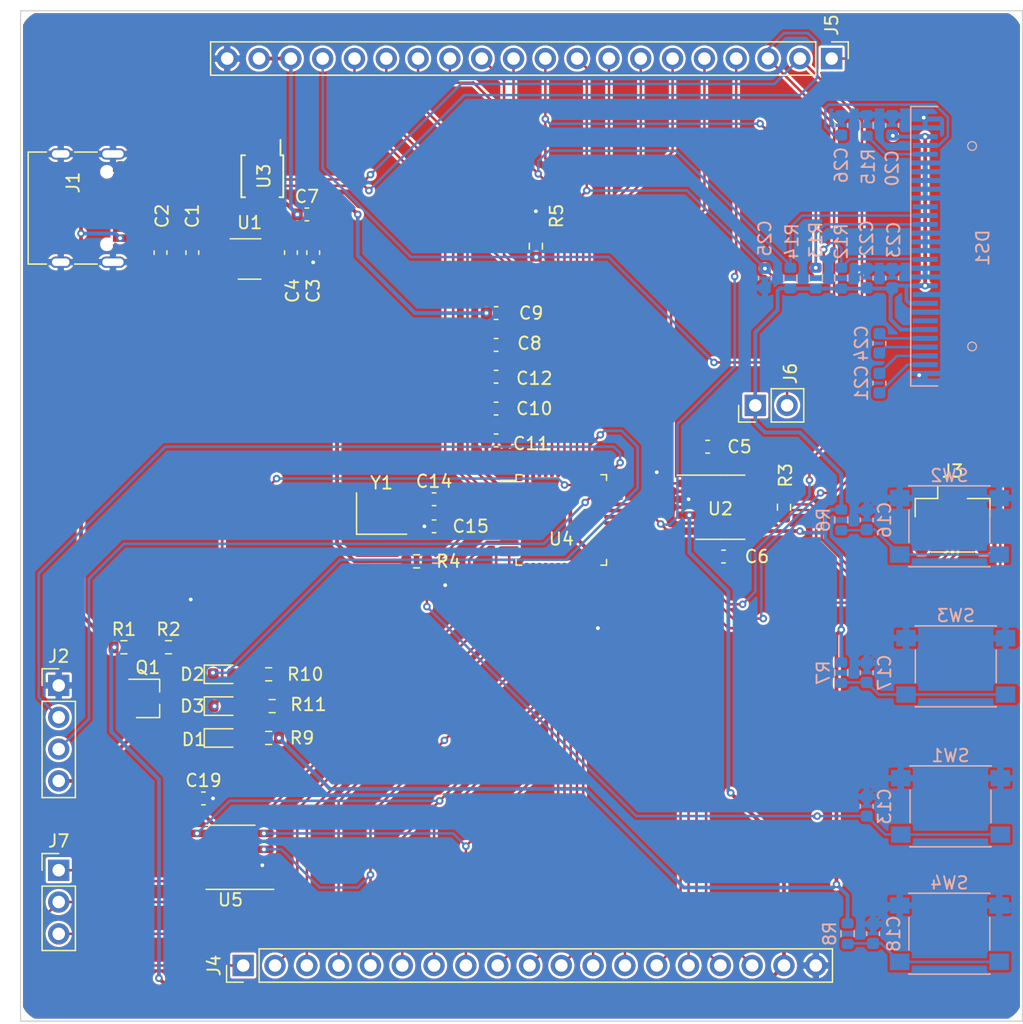
<source format=kicad_pcb>
(kicad_pcb (version 20211014) (generator pcbnew)
  (layers (0 "F.Cu" signal) (31 "B.Cu" signal) (34 "B.Paste" user) (35 "F.Paste" user) (36 "B.SilkS" user "B.Silkscreen") (37 "F.SilkS" user "F.Silkscreen") (38 "B.Mask" user) (39 "F.Mask" user) (44 "Edge.Cuts" user))
  (net 0 "")
  (net 1 "VBUS")
  (net 2 "GND")
  (net 3 "+3V3")
  (net 4 "/NRST")
  (net 5 "/OSC_IN")
  (net 6 "/OSC_OUT")
  (net 7 "Net-(C16-Pad1)")
  (net 8 "Net-(C17-Pad1)")
  (net 9 "Net-(C18-Pad1)")
  (net 10 "/CLK")
  (net 11 "Net-(C21-Pad1)")
  (net 12 "Net-(C21-Pad2)")
  (net 13 "Net-(C24-Pad1)")
  (net 14 "Net-(C24-Pad2)")
  (net 15 "/PB5")
  (net 16 "Net-(C26-Pad2)")
  (net 17 "Net-(D1-Pad2)")
  (net 18 "/LED1")
  (net 19 "Net-(D2-Pad2)")
  (net 20 "/LED2")
  (net 21 "Net-(D3-Pad2)")
  (net 23 "/PB6")
  (net 24 "/PB7")
  (net 25 "Net-(DS1-Pad26)")
  (net 27 "/D+")
  (net 28 "/D-")
  (net 32 "/PA14")
  (net 33 "/PA13")
  (net 34 "/3V3_Debug")
  (net 35 "/PA0")
  (net 36 "/PA1")
  (net 37 "/PA2")
  (net 38 "/PA3")
  (net 39 "/CS")
  (net 40 "/PA11")
  (net 41 "/PA6")
  (net 42 "/PA7")
  (net 43 "/PB0")
  (net 44 "/PB1")
  (net 45 "/PB2")
  (net 46 "/PB10")
  (net 47 "/PB11")
  (net 48 "/PB12")
  (net 49 "/PB13")
  (net 50 "/PB14")
  (net 51 "/PB15")
  (net 52 "/PA8")
  (net 53 "/PA9")
  (net 54 "/PA10")
  (net 55 "/KEY1")
  (net 56 "/KEY2")
  (net 57 "/KEY3")
  (net 58 "/PC13")
  (net 59 "/PC14")
  (net 60 "/PC15")
  (net 61 "/BOOT0")
  (net 62 "Net-(J7-Pad1)")
  (net 63 "Net-(J7-Pad3)")
  (net 64 "Net-(Q1-Pad1)")
  (net 69 "/CAN+")
  (net 70 "/CAN-")
  (net 71 "/CAN_TX{slash}N+")
  (footprint "Package_TO_SOT_SMD:TSOT-23" (layer "F.Cu") (at 492.76 95.504)
    (fp_text reference "Q1")
    (fp_text value "Q_PMOS_DGS")
  )
  (footprint "Package_QFP:LQFP-48_7x7mm_P0.5mm" (layer "F.Cu") (at 525.78 81.28)
    (fp_text reference "U4")
    (fp_text value "STM32F103C8Tx")
  )
  (footprint "Resistor_SMD:R_0603_1608Metric" (layer "F.Cu") (at 502.6915 96.139 180)
    (fp_text reference "R11")
    (fp_text value "1K")
  )
  (footprint "Package_TO_SOT_SMD:SOT-23-5_HandSoldering" (layer "F.Cu") (at 500.888 60.452)
    (fp_text reference "U1")
    (fp_text value "HX9193")
  )
  (footprint "Capacitor_SMD:C_0603_1608Metric" (layer "F.Cu") (at 515.62 79.629)
    (fp_text reference "C14")
    (fp_text value "18P")
  )
  (footprint "Package_SO:SOIC-8_3.9x4.9mm_P1.27mm" (layer "F.Cu") (at 538.48 80.264)
    (fp_text reference "U2")
    (fp_text value "TJA1051T-3")
  )
  (footprint "Capacitor_SMD:C_0603_1608Metric" (layer "F.Cu") (at 520.573 64.77)
    (fp_text reference "C9")
    (fp_text value "100N")
  )
  (footprint "Connector_PinHeader_2.54mm:PinHeader_1x02_P2.54mm_Vertical" (layer "F.Cu") (at 541.269 72.136 90)
    (fp_text reference "J6")
    (fp_text value "Conn_01x02")
  )
  (footprint "Resistor_SMD:R_0603_1608Metric" (layer "F.Cu") (at 490.855 91.44)
    (fp_text reference "R1")
    (fp_text value "20K")
  )
  (footprint "Connector_PinHeader_2.54mm:PinHeader_1x19_P2.54mm_Vertical" (layer "F.Cu") (at 500.38 116.84 90)
    (fp_text reference "J4")
    (fp_text value "Conn_01x19")
  )
  (footprint "Capacitor_SMD:C_0603_1608Metric" (layer "F.Cu") (at 537.464 75.438)
    (fp_text reference "C5")
    (fp_text value "100N")
  )
  (footprint "Capacitor_SMD:C_0603_1608Metric" (layer "F.Cu") (at 515.62 81.788 180)
    (fp_text reference "C15")
    (fp_text value "18P")
  )
  (footprint "Resistor_SMD:R_0603_1608Metric" (layer "F.Cu") (at 523.748 59.436 90)
    (fp_text reference "R5")
    (fp_text value "10K")
  )
  (footprint "Capacitor_SMD:C_0603_1608Metric" (layer "F.Cu") (at 520.573 67.31)
    (fp_text reference "C8")
    (fp_text value "100N")
  )
  (footprint "Capacitor_SMD:C_0603_1608Metric" (layer "F.Cu") (at 504.19 59.944 -90)
    (fp_text reference "C4")
    (fp_text value "100N")
  )
  (footprint "Resistor_SMD:R_0603_1608Metric" (layer "F.Cu") (at 502.412 93.599 180)
    (fp_text reference "R10")
    (fp_text value "1K")
  )
  (footprint "Package_SO:SOP-8_3.9x4.9mm_P1.27mm" (layer "F.Cu") (at 499.364 108.204 180)
    (fp_text reference "U5")
    (fp_text value "AD8400ARZ50")
  )
  (footprint "Connector_PinHeader_2.54mm:PinHeader_1x20_P2.54mm_Vertical" (layer "F.Cu") (at 547.365 44.455 -90)
    (fp_text reference "J5")
    (fp_text value "Conn_01x20")
  )
  (footprint "Connector_PinHeader_2.54mm:PinHeader_1x03_P2.54mm_Vertical" (layer "F.Cu") (at 485.648 109.235)
    (fp_text reference "J7")
    (fp_text value "Conn_01x03")
  )
  (footprint "LED_SMD:LED_0603_1608Metric" (layer "F.Cu") (at 498.7545 96.139)
    (fp_text reference "D3")
    (fp_text value "BLUE")
  )
  (footprint "Capacitor_SMD:C_0603_1608Metric" (layer "F.Cu") (at 520.573 72.39)
    (fp_text reference "C10")
    (fp_text value "100N")
  )
  (footprint "Capacitor_SMD:C_0603_1608Metric" (layer "F.Cu") (at 505.46 56.896)
    (fp_text reference "C7")
    (fp_text value "100N")
  )
  (footprint "Crystal:Crystal_SMD_3225-4Pin_3.2x2.5mm" (layer "F.Cu") (at 511.429 80.772)
    (fp_text reference "Y1")
    (fp_text value "12M")
  )
  (footprint "Capacitor_SMD:C_0603_1608Metric" (layer "F.Cu") (at 497.205 103.505)
    (fp_text reference "C19")
    (fp_text value "100N")
  )
  (footprint "Resistor_SMD:R_0603_1608Metric" (layer "F.Cu") (at 494.411 91.44)
    (fp_text reference "R2")
    (fp_text value "51K")
  )
  (footprint "Resistor_SMD:R_0603_1608Metric" (layer "F.Cu") (at 502.412 98.679 180)
    (fp_text reference "R9")
    (fp_text value "1K")
  )
  (footprint "Capacitor_SMD:C_0603_1608Metric" (layer "F.Cu") (at 520.573 69.85)
    (fp_text reference "C12")
    (fp_text value "100N")
  )
  (footprint "Resistor_SMD:R_0603_1608Metric" (layer "F.Cu") (at 543.56 80.264 -90)
    (fp_text reference "R3")
    (fp_text value "120R")
  )
  (footprint "Capacitor_SMD:C_0603_1608Metric" (layer "F.Cu") (at 496.316 59.944 -90)
    (fp_text reference "C1")
    (fp_text value "10N")
  )
  (footprint "Capacitor_SMD:C_0603_1608Metric" (layer "F.Cu") (at 538.734 84.201 180)
    (fp_text reference "C6")
    (fp_text value "100N")
  )
  (footprint "LED_SMD:LED_0603_1608Metric" (layer "F.Cu") (at 498.7545 93.599)
    (fp_text reference "D2")
    (fp_text value "GREEN")
  )
  (footprint "Capacitor_SMD:C_0603_1608Metric" (layer "F.Cu") (at 493.776 59.944 -90)
    (fp_text reference "C2")
    (fp_text value "100N")
  )
  (footprint "Capacitor_SMD:C_0603_1608Metric" (layer "F.Cu") (at 520.573 74.93)
    (fp_text reference "C11")
    (fp_text value "100N")
  )
  (footprint "Connector_JST:JST_GH_SM02B-GHS-TB_1x02-1MP_P1.25mm_Horizontal" (layer "F.Cu") (at 557.022 81.28)
    (fp_text reference "J3")
    (fp_text value "Conn_01x02")
  )
  (footprint "Package_SO:MSOP-10_3x3mm_P0.5mm" (layer "F.Cu") (at 501.904 53.848 -90)
    (fp_text reference "U3")
    (fp_text value "CH340E")
  )
  (footprint "Connector_USB:USB_C_Receptacle_Palconn_UTC16-G" (layer "F.Cu") (at 488.047 56.388 -90)
    (fp_text reference "J1")
    (fp_text value "USB_C_Receptacle_USB2.0")
  )
  (footprint "Resistor_SMD:R_0603_1608Metric" (layer "F.Cu") (at 514.223 84.582)
    (fp_text reference "R4")
    (fp_text value "10K")
  )
  (footprint "Capacitor_SMD:C_0603_1608Metric" (layer "F.Cu") (at 505.968 59.944 -90)
    (fp_text reference "C3")
    (fp_text value "10N")
  )
  (footprint "LED_SMD:LED_0603_1608Metric" (layer "F.Cu") (at 498.7545 98.679)
    (fp_text reference "D1")
    (fp_text value "RED")
  )
  (footprint "Connector_PinHeader_2.54mm:PinHeader_1x04_P2.54mm_Vertical" (layer "F.Cu") (at 485.648 94.488)
    (fp_text reference "J2")
    (fp_text value "Conn_01x04")
  )
  (footprint "Capacitor_SMD:C_0603_1608Metric" (layer "B.Cu") (at 550.672 114.3 90)
    (fp_text reference "C18")
    (fp_text value "100N")
  )
  (footprint "Resistor_SMD:R_0603_1608Metric" (layer "B.Cu") (at 548.132 61.976 90)
    (fp_text reference "R12")
    (fp_text value "10K")
  )
  (footprint "Capacitor_SMD:C_0603_1608Metric" (layer "B.Cu") (at 551.18 70.358 -90)
    (fp_text reference "C21")
    (fp_text value "1U")
  )
  (footprint "Resistor_SMD:R_0603_1608Metric" (layer "B.Cu") (at 544.068 61.976 90)
    (fp_text reference "R14")
    (fp_text value "4.7K")
  )
  (footprint "Resistor_SMD:R_0603_1608Metric" (layer "B.Cu") (at 548.132 93.472 -90)
    (fp_text reference "R7")
    (fp_text value "1K")
  )
  (footprint "Capacitor_SMD:C_0603_1608Metric" (layer "B.Cu") (at 551.18 67.183 -90)
    (fp_text reference "C24")
    (fp_text value "1U")
  )
  (footprint "Capacitor_SMD:C_0603_1608Metric" (layer "B.Cu") (at 550.164 104.14 90)
    (fp_text reference "C13")
    (fp_text value "100n")
  )
  (footprint "Resistor_SMD:R_0603_1608Metric" (layer "B.Cu") (at 548.132 81.28 -90)
    (fp_text reference "R6")
    (fp_text value "1K")
  )
  (footprint "Capacitor_SMD:C_0603_1608Metric" (layer "B.Cu") (at 550.164 61.976 -90)
    (fp_text reference "C22")
    (fp_text value "1U")
  )
  (footprint "Button_Switch_SMD:SW_Push_1P1T_NO_6x6mm_H9.5mm" (layer "B.Cu") (at 557.276 92.964 180)
    (fp_text reference "SW3")
    (fp_text value "SW_Push")
  )
  (footprint "Capacitor_SMD:C_0603_1608Metric" (layer "B.Cu") (at 542.036 61.976 90)
    (fp_text reference "C25")
    (fp_text value "1U")
  )
  (footprint "Capacitor_SMD:C_0603_1608Metric" (layer "B.Cu") (at 550.164 81.28 90)
    (fp_text reference "C16")
    (fp_text value "100N")
  )
  (footprint "Resistor_SMD:R_0603_1608Metric" (layer "B.Cu") (at 548.64 114.3 -90)
    (fp_text reference "R8")
    (fp_text value "1K")
  )
  (footprint "Resistor_SMD:R_0603_1608Metric" (layer "B.Cu") (at 550.164 49.784 -90)
    (fp_text reference "R15")
    (fp_text value "910K")
  )
  (footprint "Button_Switch_SMD:SW_Push_1P1T_NO_6x6mm_H9.5mm" (layer "B.Cu") (at 556.857 104.14 180)
    (fp_text reference "SW1")
    (fp_text value "SW_Push")
  )
  (footprint "Button_Switch_SMD:SW_Push_1P1T_NO_6x6mm_H9.5mm" (layer "B.Cu") (at 556.768 81.788 180)
    (fp_text reference "SW2")
    (fp_text value "SW_Push")
  )
  (footprint "Capacitor_SMD:C_0603_1608Metric" (layer "B.Cu") (at 548.132 49.784 -90)
    (fp_text reference "C26")
    (fp_text value "4.7U")
  )
  (footprint "Capacitor_SMD:C_0603_1608Metric" (layer "B.Cu") (at 550.164 93.472 90)
    (fp_text reference "C17")
    (fp_text value "100N")
  )
  (footprint "Capacitor_SMD:C_0603_1608Metric" (layer "B.Cu") (at 552.196 61.976 -90)
    (fp_text reference "C23")
    (fp_text value "1U")
  )
  (footprint "Button_Switch_SMD:SW_Push_1P1T_NO_6x6mm_H9.5mm" (layer "B.Cu") (at 556.768 114.3 180)
    (fp_text reference "SW4")
    (fp_text value "SW_Push")
  )
  (footprint "Display:OLED-128O064D" (layer "B.Cu") (at 554.831 59.436 90)
    (fp_text reference "DS1")
    (fp_text value "OLED-128O064D")
  )
  (footprint "Resistor_SMD:R_0603_1608Metric" (layer "B.Cu") (at 546.1 61.976 90)
    (fp_text reference "R13")
    (fp_text value "4.7K")
  )
  (footprint "Capacitor_SMD:C_0603_1608Metric" (layer "B.Cu") (at 552.196 49.784 90)
    (fp_text reference "C20")
    (fp_text value "2.2U")
  )
  (gr_line (start 482.6 40.64) (end 562.6 40.64) (layer "Edge.Cuts") (width 0.1))
  (gr_line (start 482.6 121.28) (end 482.6 40.64) (layer "Edge.Cuts") (width 0.1))
  (gr_line (start 562.6 121.28) (end 562.6 40.64) (layer "Edge.Cuts") (width 0.1))
  (gr_line (start 482.6 121.28) (end 562.6 121.28) (layer "Edge.Cuts") (width 0.1))
  (segment (start 541.877846 118.522154) (end 494.315154 118.522154) (width 0.3) (layer "F.Cu") (net 1))
  (segment (start 499.538 59.502) (end 499.538 59.457) (width 0.3) (layer "F.Cu") (net 1))
  (segment (start 493.776 59.169) (end 499.25 59.169) (width 0.3) (layer "F.Cu") (net 1))
  (segment (start 543.56 116.84) (end 541.877846 118.522154) (width 0.3) (layer "F.Cu") (net 1))
  (segment (start 537.845 80.264) (end 537.21 80.899) (width 0.3) (layer "F.Cu") (net 1))
  (segment (start 499.538 59.502) (end 500.573 59.502) (width 0.3) (layer "F.Cu") (net 1))
  (segment (start 487.426 88.836) (end 490.03 91.44) (width 0.3) (layer "F.Cu") (net 1))
  (segment (start 492.506 51.054) (end 491.744 50.292) (width 0.3) (layer "F.Cu") (net 1))
  (segment (start 543.56 107.315) (end 539.3055 103.0605) (width 0.3) (layer "F.Cu") (net 1))
  (segment (start 490.557 53.988) (end 491.35 53.988) (width 0.3) (layer "F.Cu") (net 1))
  (segment (start 500.573 59.502) (end 500.668 59.597) (width 0.3) (layer "F.Cu") (net 1))
  (segment (start 499.538 59.457) (end 499.25 59.169) (width 0.3) (layer "F.Cu") (net 1))
  (segment (start 500.668 61.18) (end 500.446 61.402) (width 0.3) (layer "F.Cu") (net 1))
  (segment (start 500.446 61.402) (end 499.538 61.402) (width 0.3) (layer "F.Cu") (net 1))
  (segment (start 543.56 116.84) (end 543.56 107.315) (width 0.3) (layer "F.Cu") (net 1))
  (segment (start 539.3055 103.0605) (end 539.242 102.997) (width 0.3) (layer "F.Cu") (net 1))
  (segment (start 537.21 80.899) (end 536.005 80.899) (width 0.3) (layer "F.Cu") (net 1))
  (segment (start 500.668 59.597) (end 500.668 61.18) (width 0.3) (layer "F.Cu") (net 1))
  (segment (start 494.315154 118.522154) (end 493.649 117.856) (width 0.3) (layer "F.Cu") (net 1))
  (segment (start 537.845 76.594) (end 537.845 80.264) (width 0.3) (layer "F.Cu") (net 1))
  (segment (start 492.506 52.832) (end 492.506 51.054) (width 0.3) (layer "F.Cu") (net 1))
  (segment (start 487.426 51.562) (end 487.426 88.836) (width 0.3) (layer "F.Cu") (net 1))
  (segment (start 490.557 58.788) (end 493.395 58.788) (width 0.3) (layer "F.Cu") (net 1))
  (segment (start 536.689 75.438) (end 537.845 76.594) (width 0.3) (layer "F.Cu") (net 1))
  (segment (start 488.696 50.292) (end 487.426 51.562) (width 0.3) (layer "F.Cu") (net 1))
  (segment (start 491.35 53.988) (end 492.506 52.832) (width 0.3) (layer "F.Cu") (net 1))
  (segment (start 493.395 58.788) (end 493.776 59.169) (width 0.3) (layer "F.Cu") (net 1))
  (segment (start 491.744 50.292) (end 488.696 50.292) (width 0.3) (layer "F.Cu") (net 1))
  (segment (start 493.776 59.169) (end 494.109 59.502) (width 0.3) (layer "F.Cu") (net 1))
  (via (at 539.3055 103.0605) (size 0.6) (drill 0.3) (layers "F.Cu" "B.Cu") (net 1))
  (via (at 487.426 58.42) (size 0.6) (drill 0.3) (layers "F.Cu" "B.Cu") (net 1))
  (via (at 490.557 58.788) (size 0.6) (drill 0.3) (layers "F.Cu" "B.Cu") (net 1))
  (via (at 490.093 91.44) (size 0.6) (drill 0.3) (layers "F.Cu" "B.Cu") (net 1))
  (via (at 536.005 80.899) (size 0.6) (drill 0.3) (layers "F.Cu" "B.Cu") (net 1))
  (via (at 493.649 117.856) (size 0.6) (drill 0.3) (layers "F.Cu" "B.Cu") (net 1))
  (segment (start 536.005 83.885) (end 539.115 86.995) (width 0.3) (layer "B.Cu") (net 1))
  (segment (start 539.115 102.87) (end 539.3055 103.0605) (width 0.3) (layer "B.Cu") (net 1))
  (segment (start 536.005 80.899) (end 536.005 83.885) (width 0.3) (layer "B.Cu") (net 1))
  (segment (start 493.649 101.981) (end 489.839 98.171) (width 0.3) (layer "B.Cu") (net 1))
  (segment (start 493.649 117.856) (end 493.649 101.981) (width 0.3) (layer "B.Cu") (net 1))
  (segment (start 490.189 58.42) (end 487.426 58.42) (width 0.3) (layer "B.Cu") (net 1))
  (segment (start 489.839 98.171) (end 489.839 91.694) (width 0.3) (layer "B.Cu") (net 1))
  (segment (start 539.115 86.995) (end 539.115 102.87) (width 0.3) (layer "B.Cu") (net 1))
  (segment (start 489.839 91.694) (end 490.093 91.44) (width 0.3) (layer "B.Cu") (net 1))
  (segment (start 490.557 58.788) (end 490.189 58.42) (width 0.3) (layer "B.Cu") (net 1))
  (segment (start 503.936 60.719) (end 505.968 60.719) (width 0.3) (layer "F.Cu") (net 2))
  (segment (start 528.03 89.245) (end 528.701 89.916) (width 0.3) (layer "F.Cu") (net 2))
  (segment (start 529.9425 79.03) (end 531.84 79.03) (width 0.3) (layer "F.Cu") (net 2))
  (segment (start 516.509 85.471) (end 516.509 86.487) (width 0.3) (layer "F.Cu") (net 2))
  (segment (start 510.329 79.922) (end 510.429 79.922) (width 0.3) (layer "F.Cu") (net 2))
  (segment (start 531.84 79.03) (end 533.4 77.47) (width 0.3) (layer "F.Cu") (net 2))
  (segment (start 493.776 60.719) (end 496.316 60.719) (width 0.3) (layer "F.Cu") (net 2))
  (segment (start 538.239 75.438) (end 538.239 75.643) (width 0.3) (layer "F.Cu") (net 2))
  (segment (start 521.348 74.93) (end 521.348 64.77) (width 0.3) (layer "F.Cu") (net 2))
  (segment (start 510.429 79.922) (end 512.129 81.622) (width 0.3) (layer "F.Cu") (net 2))
  (segment (start 496.583 60.452) (end 499.538 60.452) (width 0.3) (layer "F.Cu") (net 2))
  (segment (start 496.316 61.976) (end 497.459 63.119) (width 0.3) (layer "F.Cu") (net 2))
  (segment (start 490.557 59.588) (end 492.645 59.588) (width 0.3) (layer "F.Cu") (net 2))
  (segment (start 496.316 60.719) (end 496.583 60.452) (width 0.3) (layer "F.Cu") (net 2))
  (segment (start 523.748 58.611) (end 523.748 56.642) (width 0.3) (layer "F.Cu") (net 2))
  (segment (start 512.129 81.622) (end 512.529 81.622) (width 0.3) (layer "F.Cu") (net 2))
  (segment (start 540.955 78.359) (end 540.542893 78.359) (width 0.3) (layer "F.Cu") (net 2))
  (segment (start 528.03 85.4425) (end 528.03 89.245) (width 0.3) (layer "F.Cu") (net 2))
  (segment (start 521.6175 82.03) (end 519.95 82.03) (width 0.3) (layer "F.Cu") (net 2))
  (segment (start 495.236 91.44) (end 496.189 90.487) (width 0.3) (layer "F.Cu") (net 2))
  (segment (start 503.936 62.23) (end 503.936 60.719) (width 0.3) (layer "F.Cu") (net 2))
  (segment (start 519.95 82.03) (end 516.509 85.471) (width 0.3) (layer "F.Cu") (net 2))
  (segment (start 492.645 59.588) (end 493.776 60.719) (width 0.3) (layer "F.Cu") (net 2))
  (segment (start 516.509 86.487) (end 516.509 86.614) (width 0.3) (layer "F.Cu") (net 2))
  (segment (start 523.53 77.1175) (end 523.53 75.601) (width 0.3) (layer "F.Cu") (net 2))
  (segment (start 540.542893 78.359) (end 537.959 80.942893) (width 0.3) (layer "F.Cu") (net 2))
  (segment (start 497.459 63.119) (end 503.047 63.119) (width 0.3) (layer "F.Cu") (net 2))
  (segment (start 514.679 81.622) (end 514.845 81.788) (width 0.3) (layer "F.Cu") (net 2))
  (segment (start 503.047 63.119) (end 503.936 62.23) (width 0.3) (layer "F.Cu") (net 2))
  (segment (start 512.529 81.622) (end 514.679 81.622) (width 0.3) (layer "F.Cu") (net 2))
  (segment (start 514.188 78.972) (end 514.845 79.629) (width 0.3) (layer "F.Cu") (net 2))
  (segment (start 537.959 80.942893) (end 537.959 84.201) (width 0.3) (layer "F.Cu") (net 2))
  (segment (start 522.859 74.93) (end 521.348 74.93) (width 0.3) (layer "F.Cu") (net 2))
  (segment (start 538.239 75.643) (end 540.955 78.359) (width 0.3) (layer "F.Cu") (net 2))
  (segment (start 510.329 79.922) (end 511.279 78.972) (width 0.3) (layer "F.Cu") (net 2))
  (segment (start 496.189 90.487) (end 496.189 87.63) (width 0.3) (layer "F.Cu") (net 2))
  (segment (start 496.316 60.719) (end 496.316 61.976) (width 0.3) (layer "F.Cu") (net 2))
  (segment (start 511.279 78.972) (end 514.188 78.972) (width 0.3) (layer "F.Cu") (net 2))
  (segment (start 523.53 75.601) (end 522.859 74.93) (width 0.3) (layer "F.Cu") (net 2))
  (via (at 535.94 79.629) (size 0.6) (drill 0.3) (layers "F.Cu" "B.Cu") (net 2))
  (via (at 514.845 81.788) (size 0.6) (drill 0.3) (layers "F.Cu" "B.Cu") (net 2))
  (via (at 501.904 108.839) (size 0.6) (drill 0.3) (layers "F.Cu" "B.Cu") (net 2))
  (via (at 505.968 60.719) (size 0.6) (drill 0.3) (layers "F.Cu" "B.Cu") (net 2))
  (via (at 554.715 49.17) (size 0.6) (drill 0.3) (layers "F.Cu" "B.Cu") (net 2))
  (via (at 528.701 89.916) (size 0.6) (drill 0.3) (layers "F.Cu" "B.Cu") (net 2))
  (via (at 554.355 69.723) (size 0.6) (drill 0.3) (layers "F.Cu" "B.Cu") (net 2))
  (via (at 496.189 87.63) (size 0.6) (drill 0.3) (layers "F.Cu" "B.Cu") (net 2))
  (via (at 533.4 77.47) (size 0.6) (drill 0.3) (layers "F.Cu" "B.Cu") (net 2))
  (via (at 523.748 56.642) (size 0.6) (drill 0.3) (layers "F.Cu" "B.Cu") (net 2))
  (via (at 497.967 103.505) (size 0.6) (drill 0.3) (layers "F.Cu" "B.Cu") (net 2))
  (via (at 516.509 86.487) (size 0.6) (drill 0.3) (layers "F.Cu" "B.Cu") (net 2))
  (segment (start 557.403 63.373) (end 557.403 64.77) (width 0.3) (layer "B.Cu") (net 2))
  (segment (start 556.397 69.586) (end 557.022 68.961) (width 0.3) (layer "B.Cu") (net 2))
  (segment (start 548.259 49.022) (end 552.183 49.022) (width 0.3) (layer "B.Cu") (net 2))
  (segment (start 552.793 112.05) (end 561.122 112.05) (width 0.3) (layer "B.Cu") (net 2))
  (segment (start 552.793 79.538) (end 560.743 79.538) (width 0.3) (layer "B.Cu") (net 2))
  (segment (start 557.403 64.77) (end 557.022 65.151) (width 0.3) (layer "B.Cu") (net 2))
  (segment (start 551.131 79.538) (end 552.793 79.538) (width 0.3) (layer "B.Cu") (net 2))
  (segment (start 554.831 58.386) (end 554.831 59.086) (width 0.3) (layer "B.Cu") (net 2))
  (segment (start 542.886 61.901) (end 549.464 61.901) (width 0.3) (layer "B.Cu") (net 2))
  (segment (start 561.122 112.05) (end 561.594 112.522) (width 0.3) (layer "B.Cu") (net 2))
  (segment (start 552.882 101.89) (end 560.832 101.89) (width 0.3) (layer "B.Cu") (net 2))
  (segment (start 550.164 103.365) (end 551.639 101.89) (width 0.3) (layer "B.Cu") (net 2))
  (segment (start 557.022 65.151) (end 557.022 68.961) (width 0.3) (layer "B.Cu") (net 2))
  (segment (start 554.831 52.786) (end 554.831 55.586) (width 0.3) (layer "B.Cu") (net 2))
  (segment (start 549.464 61.901) (end 550.164 61.201) (width 0.3) (layer "B.Cu") (net 2))
  (segment (start 556.855 55.586) (end 557.403 56.134) (width 0.3) (layer "B.Cu") (net 2))
  (segment (start 557.403 61.849) (end 557.403 62.23) (width 0.3) (layer "B.Cu") (net 2))
  (segment (start 557.022 59.817) (end 557.403 59.817) (width 0.3) (layer "B.Cu") (net 2))
  (segment (start 548.246 49.009) (end 548.259 49.022) (width 0.3) (layer "B.Cu") (net 2))
  (segment (start 557.403 60.198) (end 557.403 61.849) (width 0.3) (layer "B.Cu") (net 2))
  (segment (start 551.639 101.89) (end 552.882 101.89) (width 0.3) (layer "B.Cu") (net 2))
  (segment (start 557.403 56.134) (end 557.403 59.817) (width 0.3) (layer "B.Cu") (net 2))
  (segment (start 552.196 49.009) (end 554.554 49.009) (width 0.3) (layer "B.Cu") (net 2))
  (segment (start 554.831 59.786) (end 556.991 59.786) (width 0.3) (layer "B.Cu") (net 2))
  (segment (start 554.831 69.586) (end 556.397 69.586) (width 0.3) (layer "B.Cu") (net 2))
  (segment (start 554.831 55.586) (end 556.855 55.586) (width 0.3) (layer "B.Cu") (net 2))
  (segment (start 557.403 62.23) (end 557.403 63.373) (width 0.3) (layer "B.Cu") (net 2))
  (segment (start 553.301 90.714) (end 561.251 90.714) (width 0.3) (layer "B.Cu") (net 2))
  (segment (start 557.316 63.286) (end 557.403 63.373) (width 0.3) (layer "B.Cu") (net 2))
  (segment (start 556.991 59.786) (end 557.022 59.817) (width 0.3) (layer "B.Cu") (net 2))
  (segment (start 552.147 90.714) (end 553.301 90.714) (width 0.3) (layer "B.Cu") (net 2))
  (segment (start 557.319 64.686) (end 557.403 64.77) (width 0.3) (layer "B.Cu") (net 2))
  (segment (start 552.793 112.05) (end 552.147 112.05) (width 0.3) (layer "B.Cu") (net 2))
  (segment (start 554.831 61.886) (end 557.366 61.886) (width 0.3) (layer "B.Cu") (net 2))
  (segment (start 554.831 61.186) (end 554.831 61.886) (width 0.3) (layer "B.Cu") (net 2))
  (segment (start 557.403 59.817) (end 557.403 60.198) (width 0.3) (layer "B.Cu") (net 2))
  (segment (start 548.132 49.009) (end 548.246 49.009) (width 0.3) (layer "B.Cu") (net 2))
  (segment (start 552.183 49.022) (end 552.196 49.009) (width 0.3) (layer "B.Cu") (net 2))
  (segment (start 552.147 112.05) (end 550.672 113.525) (width 0.3) (layer "B.Cu") (net 2))
  (segment (start 554.831 59.086) (end 554.831 59.786) (width 0.3) (layer "B.Cu") (net 2))
  (segment (start 550.164 92.697) (end 552.147 90.714) (width 0.3) (layer "B.Cu") (net 2))
  (segment (start 554.831 63.286) (end 557.316 63.286) (width 0.3) (layer "B.Cu") (net 2))
  (segment (start 554.715 49.17) (end 554.831 49.286) (width 0.3) (layer "B.Cu") (net 2))
  (segment (start 550.179 61.186) (end 554.831 61.186) (width 0.3) (layer "B.Cu") (net 2))
  (segment (start 557.366 61.886) (end 557.403 61.849) (width 0.3) (layer "B.Cu") (net 2))
  (segment (start 554.554 49.009) (end 554.715 49.17) (width 0.3) (layer "B.Cu") (net 2))
  (segment (start 554.831 49.286) (end 554.831 49.986) (width 0.3) (layer "B.Cu") (net 2))
  (segment (start 550.164 61.201) (end 550.179 61.186) (width 0.3) (layer "B.Cu") (net 2))
  (segment (start 554.831 64.686) (end 557.319 64.686) (width 0.3) (layer "B.Cu") (net 2))
  (segment (start 542.036 62.751) (end 542.886 61.901) (width 0.3) (layer "B.Cu") (net 2))
  (segment (start 550.164 80.505) (end 551.131 79.538) (width 0.3) (layer "B.Cu") (net 2))
  (segment (start 520.783 78.53) (end 521.6175 78.53) (width 0.3) (layer "F.Cu") (net 3))
  (segment (start 501.404 57.412) (end 501.777 57.785) (width 0.3) (layer "F.Cu") (net 3))
  (segment (start 526.498 79.419) (end 526.669 79.248) (width 0.3) (layer "F.Cu") (net 3))
  (segment (start 519.798 74.93) (end 519.798 77.582604) (width 0.3) (layer "F.Cu") (net 3))
  (segment (start 547.751 90.424) (end 548.132 90.043) (width 0.3) (layer "F.Cu") (net 3))
  (segment (start 507.873 83.185) (end 509.27 84.582) (width 0.3) (layer "F.Cu") (net 3))
  (segment (start 502.904 57.42) (end 502.904 56.048) (width 0.3) (layer "F.Cu") (net 3))
  (segment (start 503.237 95.8595) (end 503.5165 96.139) (width 0.3) (layer "F.Cu") (net 3))
  (segment (start 523.03 78.403) (end 523.157 78.53) (width 0.3) (layer "F.Cu") (net 3))
  (segment (start 505.968 58.166) (end 505.968 59.169) (width 0.3) (layer "F.Cu") (net 3))
  (segment (start 501.192 100.724) (end 503.237 98.679) (width 0.3) (layer "F.Cu") (net 3))
  (segment (start 501.404 56.048) (end 501.404 57.412) (width 0.3) (layer "F.Cu") (net 3))
  (segment (start 504.685 56.896) (end 504.698 56.896) (width 0.3) (layer "F.Cu") (net 3))
  (segment (start 547.751 110.363) (end 547.751 90.424) (width 0.3) (layer "F.Cu") (net 3))
  (segment (start 503.237 93.599) (end 503.237 95.8595) (width 0.3) (layer "F.Cu") (net 3))
  (segment (start 523.875 79.248) (end 524.51 79.248) (width 0.3) (layer "F.Cu") (net 3))
  (segment (start 509.27 84.582) (end 510.413 84.582) (width 0.3) (layer "F.Cu") (net 3))
  (segment (start 526.498 82.252) (end 526.498 79.419) (width 0.3) (layer "F.Cu") (net 3))
  (segment (start 526.669 79.248) (end 527.304 79.248) (width 0.3) (layer "F.Cu") (net 3))
  (segment (start 501.645 44.455) (end 504.185 44.455) (width 0.3) (layer "F.Cu") (net 3))
  (segment (start 504.685 56.782) (end 505.841 55.626) (width 0.3) (layer "F.Cu") (net 3))
  (segment (start 510.413 84.582) (end 509.524 84.582) (width 0.3) (layer "F.Cu") (net 3))
  (segment (start 527.304 79.248) (end 528.066 78.486) (width 0.3) (layer "F.Cu") (net 3))
  (segment (start 496.43 103.505) (end 496.43 104) (width 0.3) (layer "F.Cu") (net 3))
  (segment (start 504.698 56.896) (end 505.968 58.166) (width 0.3) (layer "F.Cu") (net 3))
  (segment (start 528.066 78.486) (end 529.8985 78.486) (width 0.3) (layer "F.Cu") (net 3))
  (segment (start 509.524 56.896) (end 509.651 57.023) (width 0.3) (layer "F.Cu") (net 3))
  (segment (start 505.981 59.182) (end 507.492 59.182) (width 0.3) (layer "F.Cu") (net 3))
  (segment (start 523.03 77.1175) (end 523.03 78.403) (width 0.3) (layer "F.Cu") (net 3))
  (segment (start 508.254 55.626) (end 509.524 56.896) (width 0.3) (layer "F.Cu") (net 3))
  (segment (start 554.831 62.586) (end 554.831 50.686) (width 0.3) (layer "F.Cu") (net 3))
  (segment (start 528.53 84.284) (end 526.498 82.252) (width 0.3) (layer "F.Cu") (net 3))
  (segment (start 524.51 79.248) (end 526.669 79.248) (width 0.3) (layer "F.Cu") (net 3))
  (segment (start 496.43 100.724) (end 496.43 103.505) (width 0.3) (layer "F.Cu") (net 3))
  (segment (start 503.603 59.502) (end 503.936 59.169) (width 0.3) (layer "F.Cu") (net 3))
  (segment (start 505.841 55.626) (end 508.254 55.626) (width 0.3) (layer "F.Cu") (net 3))
  (segment (start 497.001107 107.569) (end 496.739 107.569) (width 0.3) (layer "F.Cu") (net 3))
  (segment (start 498.094 105.664) (end 498.094 106.476107) (width 0.3) (layer "F.Cu") (net 3))
  (segment (start 522.456041 82.53) (end 524.51 80.47604) (width 0.3) (layer "F.Cu") (net 3))
  (segment (start 523.157 78.53) (end 523.875 79.248) (width 0.3) (layer "F.Cu") (net 3))
  (segment (start 505.968 59.169) (end 505.981 59.182) (width 0.3) (layer "F.Cu") (net 3))
  (segment (start 529.8985 78.486) (end 529.9425 78.53) (width 0.3) (layer "F.Cu") (net 3))
  (segment (start 528.53 85.4425) (end 528.53 84.284) (width 0.3) (layer "F.Cu") (net 3))
  (segment (start 540.955 82.169) (end 540.955 82.755) (width 0.3) (layer "F.Cu") (net 3))
  (segment (start 507.873 63.373) (end 507.873 66.548) (width 0.3) (layer "F.Cu") (net 3))
  (segment (start 508.127 93.599) (end 513.461 88.265) (width 0.3) (layer "F.Cu") (net 3))
  (segment (start 496.43 97.015) (end 496.43 100.724) (width 0.3) (layer "F.Cu") (net 3))
  (segment (start 513.461 84.645) (end 513.398 84.582) (width 0.3) (layer "F.Cu") (net 3))
  (segment (start 519.798 64.77) (end 519.798 74.93) (width 0.3) (layer "F.Cu") (net 3))
  (segment (start 519.798 77.582604) (end 520.764198 78.548802) (width 0.3) (layer "F.Cu") (net 3))
  (segment (start 507.492 59.182) (end 507.873 59.563) (width 0.3) (layer "F.Cu") (net 3))
  (segment (start 503.237 98.679) (end 503.237 96.4185) (width 0.3) (layer "F.Cu") (net 3))
  (segment (start 501.777 57.785) (end 502.539 57.785) (width 0.3) (layer "F.Cu") (net 3))
  (segment (start 540.955 82.755) (end 539.509 84.201) (width 0.3) (layer "F.Cu") (net 3))
  (segment (start 504.685 56.896) (end 504.685 56.782) (width 0.3) (layer "F.Cu") (net 3))
  (segment (start 502.539 57.785) (end 502.904 57.42) (width 0.3) (layer "F.Cu") (net 3))
  (segment (start 503.237 96.4185) (end 503.5165 96.139) (width 0.3) (layer "F.Cu") (net 3))
  (segment (start 496.43 104) (end 498.094 105.664) (width 0.3) (layer "F.Cu") (net 3))
  (segment (start 540.955 82.169) (end 544.83 82.169) (width 0.3) (layer "F.Cu") (net 3))
  (segment (start 503.237 93.599) (end 508.127 93.599) (width 0.3) (layer "F.Cu") (net 3))
  (segment (start 503.837 56.048) (end 504.685 56.896) (width 0.3) (layer "F.Cu") (net 3))
  (segment (start 505.968 59.169) (end 503.936 59.169) (width 0.3) (layer "F.Cu") (net 3))
  (segment (start 502.904 56.048) (end 503.837 56.048) (width 0.3) (layer "F.Cu") (net 3))
  (segment (start 496.43 100.724) (end 501.192 100.724) (width 0.3) (layer "F.Cu") (net 3))
  (segment (start 494.07 95.504) (end 494.919 95.504) (width 0.3) (layer "F.Cu") (net 3))
  (segment (start 502.238 59.502) (end 503.603 59.502) (width 0.3) (layer "F.Cu") (net 3))
  (segment (start 507.873 66.548) (end 507.873 83.185) (width 0.3) (layer "F.Cu") (net 3))
  (segment (start 524.51 80.47604) (end 524.51 79.248) (width 0.3) (layer "F.Cu") (net 3))
  (segment (start 521.6175 78.53) (end 523.157 78.53) (width 0.3) (layer "F.Cu") (net 3))
  (segment (start 498.094 106.476107) (end 497.001107 107.569) (width 0.3) (layer "F.Cu") (net 3))
  (segment (start 513.398 84.582) (end 510.413 84.582) (width 0.3) (layer "F.Cu") (net 3))
  (segment (start 513.461 88.265) (end 513.461 84.645) (width 0.3) (layer "F.Cu") (net 3))
  (segment (start 520.764198 78.548802) (end 520.783 78.53) (width 0.3) (layer "F.Cu") (net 3))
  (segment (start 521.6175 82.53) (end 522.456041 82.53) (width 0.3) (layer "F.Cu") (net 3))
  (segment (start 507.873 59.563) (end 507.873 63.373) (width 0.3) (layer "F.Cu") (net 3))
  (segment (start 507.873 66.548) (end 507.873 66.802) (width 0.3) (layer "F.Cu") (net 3))
  (segment (start 494.919 95.504) (end 496.43 97.015) (width 0.3) (layer "F.Cu") (net 3))
  (via (at 554.831 50.686) (size 0.6) (drill 0.3) (layers "F.Cu" "B.Cu") (net 3))
  (via (at 554.831 62.586) (size 0.6) (drill 0.3) (layers "F.Cu" "B.Cu") (net 3))
  (via (at 547.751 110.363) (size 0.6) (drill 0.3) (layers "F.Cu" "B.Cu") (net 3))
  (via (at 552.253 50.616) (size 0.6) (drill 0.3) (layers "F.Cu" "B.Cu") (net 3))
  (via (at 509.524 56.896) (size 0.6) (drill 0.3) (layers "F.Cu" "B.Cu") (net 3))
  (via (at 548.132 90.043) (size 0.6) (drill 0.3) (layers "F.Cu" "B.Cu") (net 3))
  (via (at 544.83 82.169) (size 0.6) (drill 0.3) (layers "F.Cu" "B.Cu") (net 3))
  (via (at 503.237 98.679) (size 0.6) (drill 0.3) (layers "F.Cu" "B.Cu") (net 3))
  (via (at 504.698 56.896) (size 0.6) (drill 0.3) (layers "F.Cu" "B.Cu") (net 3))
  (via (at 519.798 64.77) (size 0.6) (drill 0.3) (layers "F.Cu" "B.Cu") (net 3))
  (segment (start 544.1056 62.801) (end 544.1188 62.8142) (width 0.3) (layer "B.Cu") (net 3))
  (segment (start 548.132 84.074) (end 546.862 82.804) (width 0.3) (layer "B.Cu") (net 3))
  (segment (start 548.64 111.252) (end 547.751 110.363) (width 0.3) (layer "B.Cu") (net 3))
  (segment (start 548.132 92.647) (end 548.132 90.043) (width 0.3) (layer "B.Cu") (net 3))
  (segment (start 543.052 62.992) (end 543.052 64.516) (width 0.3) (layer "B.Cu") (net 3))
  (segment (start 541.269 72.136) (end 541.269 66.299) (width 0.3) (layer "B.Cu") (net 3))
  (segment (start 553.339 62.611) (end 553.314 62.586) (width 0.3) (layer "B.Cu") (net 3))
  (segment (start 554.831 63.986) (end 553.571 63.986) (width 0.3) (layer "B.Cu") (net 3))
  (segment (start 548.64 113.475) (end 548.64 111.252) (width 0.3) (layer "B.Cu") (net 3))
  (segment (start 509.524 56.896) (end 509.524 60.198) (width 0.3) (layer "B.Cu") (net 3))
  (segment (start 554.831 66.086) (end 552.877 66.086) (width 0.3) (layer "B.Cu") (net 3))
  (segment (start 541.269 66.299) (end 543.052 64.516) (width 0.3) (layer "B.Cu") (net 3))
  (segment (start 544.957 82.296) (end 544.83 82.169) (width 0.3) (layer "B.Cu") (net 3))
  (segment (start 514.096 64.77) (end 519.798 64.77) (width 0.3) (layer "B.Cu") (net 3))
  (segment (start 552.323 50.686) (end 552.253 50.616) (width 0.3) (layer "B.Cu") (net 3))
  (segment (start 544.068 62.801) (end 543.243 62.801) (width 0.3) (layer "B.Cu") (net 3))
  (segment (start 509.524 60.198) (end 514.096 64.77) (width 0.3) (layer "B.Cu") (net 3))
  (segment (start 535.559 110.617) (end 547.497 110.617) (width 0.3) (layer "B.Cu") (net 3))
  (segment (start 552.196 63.246) (end 552.196 62.751) (width 0.3) (layer "B.Cu") (net 3))
  (segment (start 553.339 63.754) (end 553.339 62.611) (width 0.3) (layer "B.Cu") (net 3))
  (segment (start 504.698 56.896) (end 504.185 56.383) (width 0.3) (layer "B.Cu") (net 3))
  (segment (start 552.1328 62.8142) (end 552.196 62.751) (width 0.3) (layer "B.Cu") (net 3))
  (segment (start 546.862 82.296) (end 546.862 80.899) (width 0.3) (layer "B.Cu") (net 3))
  (segment (start 546.862 82.804) (end 546.862 82.296) (width 0.3) (layer "B.Cu") (net 3))
  (segment (start 554.831 50.686) (end 552.323 50.686) (width 0.3) (layer "B.Cu") (net 3))
  (segment (start 504.185 56.383) (end 504.185 44.455) (width 0.3) (layer "B.Cu") (net 3))
  (segment (start 548.132 80.455) (end 548.132 77.597) (width 0.3) (layer "B.Cu") (net 3))
  (segment (start 503.237 98.679) (end 507.301 102.743) (width 0.3) (layer "B.Cu") (net 3))
  (segment (start 553.314 62.586) (end 552.361 62.586) (width 0.3) (layer "B.Cu") (net 3))
  (segment (start 552.069 65.278) (end 552.069 62.878) (width 0.3) (layer "B.Cu") (net 3))
  (segment (start 552.253 50.616) (end 552.196 50.559) (width 0.3) (layer "B.Cu") (net 3))
  (segment (start 554.831 62.586) (end 553.314 62.586) (width 0.3) (layer "B.Cu") (net 3))
  (segment (start 548.132 90.043) (end 548.005 89.916) (width 0.3) (layer "B.Cu") (net 3))
  (segment (start 546.862 80.899) (end 547.306 80.455) (width 0.3) (layer "B.Cu") (net 3))
  (segment (start 552.877 66.086) (end 552.069 65.278) (width 0.3) (layer "B.Cu") (net 3))
  (segment (start 552.069 62.878) (end 552.196 62.751) (width 0.3) (layer "B.Cu") (net 3))
  (segment (start 548.132 77.597) (end 544.83 74.295) (width 0.3) (layer "B.Cu") (net 3))
  (segment (start 544.1188 62.8142) (end 552.1328 62.8142) (width 0.3) (layer "B.Cu") (net 3))
  (segment (start 546.862 82.296) (end 544.957 82.296) (width 0.3) (layer "B.Cu") (net 3))
  (segment (start 541.269 73.528) (end 541.269 72.136) (width 0.3) (layer "B.Cu") (net 3))
  (segment (start 553.571 63.986) (end 553.339 63.754) (width 0.3) (layer "B.Cu") (net 3))
  (segment (start 548.132 90.043) (end 548.132 84.074) (width 0.3) (layer "B.Cu") (net 3))
  (segment (start 507.301 102.743) (end 527.685 102.743) (width 0.3) (layer "B.Cu") (net 3))
  (segment (start 552.361 62.586) (end 552.196 62.751) (width 0.3) (layer "B.Cu") (net 3))
  (segment (start 544.83 74.295) (end 542.036 74.295) (width 0.3) (layer "B.Cu") (net 3))
  (segment (start 547.497 110.617) (end 547.751 110.363) (width 0.3) (layer "B.Cu") (net 3))
  (segment (start 543.243 62.801) (end 543.052 62.992) (width 0.3) (layer "B.Cu") (net 3))
  (segment (start 527.685 102.743) (end 535.559 110.617) (width 0.3) (layer "B.Cu") (net 3))
  (segment (start 544.068 62.801) (end 544.1056 62.801) (width 0.3) (layer "B.Cu") (net 3))
  (segment (start 547.306 80.455) (end 548.132 80.455) (width 0.3) (layer "B.Cu") (net 3))
  (segment (start 542.036 74.295) (end 541.269 73.528) (width 0.3) (layer "B.Cu") (net 3))
  (segment (start 515.112 88.265) (end 515.048 88.201) (width 0.2) (layer "F.Cu") (net 4))
  (segment (start 515.048 84.582) (end 515.048 88.201) (width 0.2) (layer "F.Cu") (net 4))
  (segment (start 518.926 81.53) (end 515.874 84.582) (width 0.2) (layer "F.Cu") (net 4))
  (segment (start 515.874 84.582) (end 515.048 84.582) (width 0.2) (layer "F.Cu") (net 4))
  (segment (start 521.6175 81.53) (end 518.926 81.53) (width 0.2) (layer "F.Cu") (net 4))
  (via (at 515.048 88.201) (size 0.6) (drill 0.3) (layers "F.Cu" "B.Cu") (net 4))
  (via (at 546.214 104.915) (size 0.6) (drill 0.3) (layers "F.Cu" "B.Cu") (net 4))
  (segment (start 545.999 105.029) (end 546.113 104.915) (width 0.2) (layer "B.Cu") (net 4))
  (segment (start 550.164 104.915) (end 546.214 104.915) (width 0.2) (layer "B.Cu") (net 4))
  (segment (start 545.973 105.029) (end 545.999 105.029) (width 0.2) (layer "B.Cu") (net 4))
  (segment (start 560.832 106.39) (end 552.882 106.39) (width 0.2) (layer "B.Cu") (net 4))
  (segment (start 551.639 106.39) (end 550.164 104.915) (width 0.2) (layer "B.Cu") (net 4))
  (segment (start 552.882 106.39) (end 551.639 106.39) (width 0.2) (layer "B.Cu") (net 4))
  (segment (start 546.214 104.915) (end 546.113 104.915) (width 0.2) (layer "B.Cu") (net 4))
  (segment (start 515.048 88.201) (end 531.762 104.915) (width 0.2) (layer "B.Cu") (net 4))
  (segment (start 531.762 104.915) (end 546.214 104.915) (width 0.2) (layer "B.Cu") (net 4))
  (segment (start 513.252 80.645) (end 515.379 80.645) (width 0.2) (layer "F.Cu") (net 5))
  (segment (start 516.395 79.629) (end 518.16 79.629) (width 0.2) (layer "F.Cu") (net 5))
  (segment (start 521.6175 80.53) (end 519.061 80.53) (width 0.2) (layer "F.Cu") (net 5))
  (segment (start 515.379 80.645) (end 516.395 79.629) (width 0.2) (layer "F.Cu") (net 5))
  (segment (start 518.16 79.629) (end 519.061 80.53) (width 0.2) (layer "F.Cu") (net 5))
  (segment (start 512.529 79.922) (end 513.252 80.645) (width 0.2) (layer "F.Cu") (net 5))
  (segment (start 510.329 81.622) (end 511.27 82.563) (width 0.2) (layer "F.Cu") (net 6))
  (segment (start 511.27 82.563) (end 515.62 82.563) (width 0.2) (layer "F.Cu") (net 6))
  (segment (start 517.157 81.026) (end 516.395 81.788) (width 0.2) (layer "F.Cu") (net 6))
  (segment (start 521.6135 81.026) (end 517.157 81.026) (width 0.2) (layer "F.Cu") (net 6))
  (segment (start 515.62 82.563) (end 516.395 81.788) (width 0.2) (layer "F.Cu") (net 6))
  (segment (start 521.6175 81.03) (end 521.6135 81.026) (width 0.2) (layer "F.Cu") (net 6))
  (segment (start 550.114 82.105) (end 550.164 82.055) (width 0.2) (layer "B.Cu") (net 7))
  (segment (start 548.132 82.105) (end 550.114 82.105) (width 0.2) (layer "B.Cu") (net 7))
  (segment (start 550.81 82.055) (end 552.793 84.038) (width 0.2) (layer "B.Cu") (net 7))
  (segment (start 550.164 82.055) (end 550.81 82.055) (width 0.2) (layer "B.Cu") (net 7))
  (segment (start 552.793 84.038) (end 560.743 84.038) (width 0.2) (layer "B.Cu") (net 7))
  (segment (start 553.301 95.214) (end 551.131 95.214) (width 0.2) (layer "B.Cu") (net 8))
  (segment (start 561.251 95.214) (end 553.301 95.214) (width 0.2) (layer "B.Cu") (net 8))
  (segment (start 551.131 95.214) (end 550.164 94.247) (width 0.2) (layer "B.Cu") (net 8))
  (segment (start 548.182 94.247) (end 548.132 94.297) (width 0.2) (layer "B.Cu") (net 8))
  (segment (start 550.164 94.247) (end 548.182 94.247) (width 0.2) (layer "B.Cu") (net 8))
  (segment (start 548.69 115.075) (end 548.64 115.125) (width 0.2) (layer "B.Cu") (net 9))
  (segment (start 552.793 116.55) (end 551.318 115.075) (width 0.2) (layer "B.Cu") (net 9))
  (segment (start 551.318 115.075) (end 550.672 115.075) (width 0.2) (layer "B.Cu") (net 9))
  (segment (start 552.793 116.55) (end 560.743 116.55) (width 0.2) (layer "B.Cu") (net 9))
  (segment (start 550.672 115.075) (end 548.69 115.075) (width 0.2) (layer "B.Cu") (net 9))
  (segment (start 516.0645 103.6955) (end 513.08 106.68) (width 0.2) (layer "F.Cu") (net 10))
  (segment (start 524.03 85.4425) (end 524.03 95.73) (width 0.2) (layer "F.Cu") (net 10))
  (segment (start 513.08 106.68) (end 513.08 116.84) (width 0.2) (layer "F.Cu") (net 10))
  (segment (start 524.03 95.73) (end 516.0645 103.6955) (width 0.2) (layer "F.Cu") (net 10))
  (via (at 516.0645 103.6955) (size 0.6) (drill 0.3) (layers "F.Cu" "B.Cu") (net 10))
  (via (at 496.697 106.299) (size 0.6) (drill 0.3) (layers "F.Cu" "B.Cu") (net 10))
  (segment (start 499.3005 103.6955) (end 516.0645 103.6955) (width 0.2) (layer "B.Cu") (net 10))
  (segment (start 496.697 106.299) (end 499.3005 103.6955) (width 0.2) (layer "B.Cu") (net 10))
  (segment (start 554.831 68.186) (end 552.577 68.186) (width 0.2) (layer "B.Cu") (net 11))
  (segment (start 552.577 68.186) (end 551.18 69.583) (width 0.2) (layer "B.Cu") (net 11))
  (segment (start 553.427 68.886) (end 551.18 71.133) (width 0.2) (layer "B.Cu") (net 12))
  (segment (start 554.831 68.886) (end 553.427 68.886) (width 0.2) (layer "B.Cu") (net 12))
  (segment (start 551.558 66.786) (end 551.18 66.408) (width 0.2) (layer "B.Cu") (net 13))
  (segment (start 554.831 66.786) (end 551.558 66.786) (width 0.2) (layer "B.Cu") (net 13))
  (segment (start 554.831 67.486) (end 551.652 67.486) (width 0.2) (layer "B.Cu") (net 14))
  (segment (start 551.652 67.486) (end 551.18 67.958) (width 0.2) (layer "B.Cu") (net 14))
  (segment (start 527.812 54.991) (end 527.812 45.222) (width 0.2) (layer "F.Cu") (net 15))
  (segment (start 546.735 59.69) (end 546.735 59.563) (width 0.2) (layer "F.Cu") (net 15))
  (segment (start 542.925 62.103) (end 546.608 62.103) (width 0.2) (layer "F.Cu") (net 15))
  (segment (start 526.53 77.1175) (end 526.53 56.273) (width 0.2) (layer "F.Cu") (net 15))
  (segment (start 546.608 62.103) (end 546.735 61.976) (width 0.2) (layer "F.Cu") (net 15))
  (segment (start 542.036 61.214) (end 542.925 62.103) (width 0.2) (layer "F.Cu") (net 15))
  (segment (start 526.53 56.273) (end 527.812 54.991) (width 0.2) (layer "F.Cu") (net 15))
  (segment (start 527.812 45.222) (end 527.045 44.455) (width 0.2) (layer "F.Cu") (net 15))
  (segment (start 546.735 61.976) (end 546.735 59.69) (width 0.2) (layer "F.Cu") (net 15))
  (via (at 546.735 59.69) (size 0.6) (drill 0.3) (layers "F.Cu" "B.Cu") (net 15))
  (via (at 527.812 54.991) (size 0.6) (drill 0.3) (layers "F.Cu" "B.Cu") (net 15))
  (via (at 542.036 61.214) (size 0.6) (drill 0.3) (layers "F.Cu" "B.Cu") (net 15))
  (segment (start 554.831 60.486) (end 554.796 60.451) (width 0.2) (layer "B.Cu") (net 15))
  (segment (start 535.813 54.991) (end 542.036 61.214) (width 0.2) (layer "B.Cu") (net 15))
  (segment (start 548.832 60.451) (end 548.164 61.119) (width 0.2) (layer "B.Cu") (net 15))
  (segment (start 548.164 61.119) (end 548.132 61.151) (width 0.2) (layer "B.Cu") (net 15))
  (segment (start 546.735 59.69) (end 547.243 59.182) (width 0.2) (layer "B.Cu") (net 15))
  (segment (start 554.796 60.451) (end 548.832 60.451) (width 0.2) (layer "B.Cu") (net 15))
  (segment (start 527.812 54.991) (end 535.813 54.991) (width 0.2) (layer "B.Cu") (net 15))
  (segment (start 547.243 59.182) (end 547.751 59.182) (width 0.2) (layer "B.Cu") (net 15))
  (segment (start 548.132 59.563) (end 548.132 61.151) (width 0.2) (layer "B.Cu") (net 15))
  (segment (start 547.751 59.182) (end 548.132 59.563) (width 0.2) (layer "B.Cu") (net 15))
  (segment (start 556.641 50.673) (end 556.641 49.149) (width 0.2) (layer "B.Cu") (net 16))
  (segment (start 554.831 51.386) (end 555.928 51.386) (width 0.2) (layer "B.Cu") (net 16))
  (segment (start 547.51 50.559) (end 548.132 50.559) (width 0.2) (layer "B.Cu") (net 16))
  (segment (start 555.625 48.133) (end 547.116 48.133) (width 0.2) (layer "B.Cu") (net 16))
  (segment (start 546.862 49.911) (end 547.51 50.559) (width 0.2) (layer "B.Cu") (net 16))
  (segment (start 547.116 48.133) (end 546.862 48.387) (width 0.2) (layer "B.Cu") (net 16))
  (segment (start 556.641 49.149) (end 555.625 48.133) (width 0.2) (layer "B.Cu") (net 16))
  (segment (start 555.928 51.386) (end 556.641 50.673) (width 0.2) (layer "B.Cu") (net 16))
  (segment (start 546.862 48.387) (end 546.862 49.911) (width 0.2) (layer "B.Cu") (net 16))
  (segment (start 499.542 98.679) (end 501.587 98.679) (width 0.2) (layer "F.Cu") (net 17))
  (segment (start 528.03 77.1175) (end 528.03 58.5322) (width 0.2) (layer "F.Cu") (net 18))
  (segment (start 528.03 77.1175) (end 528.03 75.347) (width 0.2) (layer "F.Cu") (net 18))
  (segment (start 528.03 75.347) (end 528.8915 74.4855) (width 0.2) (layer "F.Cu") (net 18))
  (segment (start 528.8915 74.4855) (end 528.955 74.422) (width 0.2) (layer "F.Cu") (net 18))
  (segment (start 534.665 51.8972) (end 534.665 44.455) (width 0.2) (layer "F.Cu") (net 18))
  (segment (start 528.03 58.5322) (end 534.665 51.8972) (width 0.2) (layer "F.Cu") (net 18))
  (via (at 497.967 93.472) (size 0.6) (drill 0.3) (layers "F.Cu" "B.Cu") (net 18))
  (via (at 528.8915 74.4855) (size 0.6) (drill 0.3) (layers "F.Cu" "B.Cu") (net 18))
  (segment (start 499.11 93.472) (end 508.127 84.455) (width 0.2) (layer "B.Cu") (net 18))
  (segment (start 497.967 93.472) (end 499.11 93.472) (width 0.2) (layer "B.Cu") (net 18))
  (segment (start 526.161 84.455) (end 531.876 78.74) (width 0.2) (layer "B.Cu") (net 18))
  (segment (start 531.876 78.74) (end 531.876 75.438) (width 0.2) (layer "B.Cu") (net 18))
  (segment (start 531.876 75.438) (end 530.606 74.168) (width 0.2) (layer "B.Cu") (net 18))
  (segment (start 530.606 74.168) (end 529.209 74.168) (width 0.2) (layer "B.Cu") (net 18))
  (segment (start 508.127 84.455) (end 526.161 84.455) (width 0.2) (layer "B.Cu") (net 18))
  (segment (start 529.209 74.168) (end 528.955 74.422) (width 0.2) (layer "B.Cu") (net 18))
  (segment (start 499.542 93.599) (end 501.587 93.599) (width 0.2) (layer "F.Cu") (net 19))
  (segment (start 526.92933 78.486) (end 526.034 78.486) (width 0.2) (layer "F.Cu") (net 20))
  (segment (start 527.53 58.321) (end 532.125 53.726) (width 0.2) (layer "F.Cu") (net 20))
  (segment (start 527.53 77.88533) (end 526.92933 78.486) (width 0.2) (layer "F.Cu") (net 20))
  (segment (start 498.7045 82.3205) (end 503.047 77.978) (width 0.2) (layer "F.Cu") (net 20))
  (segment (start 497.967 96.139) (end 498.7045 95.4015) (width 0.2) (layer "F.Cu") (net 20))
  (segment (start 532.125 53.726) (end 532.125 44.455) (width 0.2) (layer "F.Cu") (net 20))
  (segment (start 527.53 77.1175) (end 527.53 58.321) (width 0.2) (layer "F.Cu") (net 20))
  (segment (start 527.53 77.1175) (end 527.53 77.88533) (width 0.2) (layer "F.Cu") (net 20))
  (segment (start 498.7045 95.4015) (end 498.7045 82.3205) (width 0.2) (layer "F.Cu") (net 20))
  (via (at 526.034 78.486) (size 0.6) (drill 0.3) (layers "F.Cu" "B.Cu") (net 20))
  (via (at 498.094 96.139) (size 0.6) (drill 0.3) (layers "F.Cu" "B.Cu") (net 20))
  (via (at 503.047 77.978) (size 0.6) (drill 0.3) (layers "F.Cu" "B.Cu") (net 20))
  (segment (start 525.526 77.978) (end 526.034 78.486) (width 0.2) (layer "B.Cu") (net 20))
  (segment (start 503.047 77.978) (end 525.526 77.978) (width 0.2) (layer "B.Cu") (net 20))
  (segment (start 499.542 96.139) (end 501.8665 96.139) (width 0.2) (layer "F.Cu") (net 21))
  (segment (start 524.505 52.446) (end 525.526 53.467) (width 0.2) (layer "F.Cu") (net 23))
  (segment (start 541.655 49.657) (end 541.528 49.403) (width 0.2) (layer "F.Cu") (net 23))
  (segment (start 524.505 44.455) (end 524.505 49.281) (width 0.2) (layer "F.Cu") (net 23))
  (segment (start 526.03 53.971) (end 525.526 53.467) (width 0.2) (layer "F.Cu") (net 23))
  (segment (start 524.505 49.281) (end 524.505 52.446) (width 0.2) (layer "F.Cu") (net 23))
  (segment (start 546.1 61.151) (end 546.1 53.975) (width 0.2) (layer "F.Cu") (net 23))
  (segment (start 546.1 53.975) (end 541.655 49.657) (width 0.2) (layer "F.Cu") (net 23))
  (segment (start 526.03 77.1175) (end 526.03 53.971) (width 0.2) (layer "F.Cu") (net 23))
  (via (at 546.1 61.151) (size 0.6) (drill 0.3) (layers "F.Cu" "B.Cu") (net 23))
  (via (at 524.505 49.281) (size 0.6) (drill 0.3) (layers "F.Cu" "B.Cu") (net 23))
  (via (at 541.655 49.657) (size 0.6) (drill 0.3) (layers "F.Cu" "B.Cu") (net 23))
  (segment (start 554.831 57.686) (end 546.834 57.686) (width 0.2) (layer "B.Cu") (net 23))
  (segment (start 546.834 57.686) (end 546.1 58.42) (width 0.2) (layer "B.Cu") (net 23))
  (segment (start 546.1 58.42) (end 546.1 61.151) (width 0.2) (layer "B.Cu") (net 23))
  (segment (start 524.881 49.657) (end 541.655 49.657) (width 0.2) (layer "B.Cu") (net 23))
  (segment (start 524.505 49.281) (end 524.881 49.657) (width 0.2) (layer "B.Cu") (net 23))
  (segment (start 521.965 51.684) (end 523.9385 53.6575) (width 0.2) (layer "F.Cu") (net 24))
  (segment (start 523.9385 53.6575) (end 525.53 55.249) (width 0.2) (layer "F.Cu") (net 24))
  (segment (start 521.965 44.455) (end 521.965 51.684) (width 0.2) (layer "F.Cu") (net 24))
  (segment (start 525.53 55.249) (end 525.53 77.1175) (width 0.2) (layer "F.Cu") (net 24))
  (via (at 523.9385 53.6575) (size 0.6) (drill 0.3) (layers "F.Cu" "B.Cu") (net 24))
  (segment (start 554.831 56.986) (end 544.994 56.986) (width 0.2) (layer "B.Cu") (net 24))
  (segment (start 544.994 56.986) (end 544.068 57.912) (width 0.2) (layer "B.Cu") (net 24))
  (segment (start 544.068 60.96) (end 544.068 61.151) (width 0.2) (layer "B.Cu") (net 24))
  (segment (start 544.068 57.912) (end 544.068 60.96) (width 0.2) (layer "B.Cu") (net 24))
  (segment (start 554.831 56.286) (end 554.831 56.986) (width 0.2) (layer "B.Cu") (net 24))
  (segment (start 523.9385 52.6415) (end 524.764 51.816) (width 0.2) (layer "B.Cu") (net 24))
  (segment (start 524.764 51.816) (end 534.924 51.816) (width 0.2) (layer "B.Cu") (net 24))
  (segment (start 523.9385 53.6575) (end 523.9385 52.6415) (width 0.2) (layer "B.Cu") (net 24))
  (segment (start 534.924 51.816) (end 544.068 60.96) (width 0.2) (layer "B.Cu") (net 24))
  (segment (start 550.164 50.609) (end 551.641 52.086) (width 0.2) (layer "B.Cu") (net 25))
  (segment (start 551.641 52.086) (end 554.831 52.086) (width 0.2) (layer "B.Cu") (net 25))
  (segment (start 491.744 56.515) (end 491.744 56.769) (width 0.2) (layer "F.Cu") (net 27))
  (segment (start 491.375 57.138) (end 490.557 57.138) (width 0.2) (layer "F.Cu") (net 27))
  (segment (start 493.914597 53.692) (end 491.493597 56.113) (width 0.2) (layer "F.Cu") (net 27))
  (segment (start 491.012 56.113) (end 490.987 56.138) (width 0.2) (layer "F.Cu") (net 27))
  (segment (start 502.904 52.698001) (end 502.879 52.723001) (width 0.2) (layer "F.Cu") (net 27))
  (segment (start 502.904 51.648) (end 502.904 52.698001) (width 0.2) (layer "F.Cu") (net 27))
  (segment (start 502.879 52.723001) (end 502.879 53.0642) (width 0.2) (layer "F.Cu") (net 27))
  (segment (start 490.987 56.138) (end 490.557 56.138) (width 0.2) (layer "F.Cu") (net 27))
  (segment (start 502.2512 53.692) (end 493.914597 53.692) (width 0.2) (layer "F.Cu") (net 27))
  (segment (start 491.744 56.769) (end 491.375 57.138) (width 0.2) (layer "F.Cu") (net 27))
  (segment (start 502.879 53.0642) (end 502.2512 53.692) (width 0.2) (layer "F.Cu") (net 27))
  (segment (start 491.493597 56.113) (end 491.012 56.113) (width 0.2) (layer "F.Cu") (net 27))
  (segment (start 491.367 56.138) (end 491.744 56.515) (width 0.2) (layer "F.Cu") (net 27))
  (segment (start 490.557 56.138) (end 491.367 56.138) (width 0.2) (layer "F.Cu") (net 27))
  (segment (start 489.454 56.638) (end 490.557 56.638) (width 0.2) (layer "F.Cu") (net 28))
  (segment (start 489.331 56.034) (end 489.331 56.515) (width 0.2) (layer "F.Cu") (net 28))
  (segment (start 502.0648 53.242) (end 493.728197 53.242) (width 0.2) (layer "F.Cu") (net 28))
  (segment (start 491.307197 55.663) (end 491.012 55.663) (width 0.2) (layer "F.Cu") (net 28))
  (segment (start 489.727 55.638) (end 489.331 56.034) (width 0.2) (layer "F.Cu") (net 28))
  (segment (start 493.728197 53.242) (end 491.307197 55.663) (width 0.2) (layer "F.Cu") (net 28))
  (segment (start 502.404 51.648) (end 502.404 52.698001) (width 0.2) (layer "F.Cu") (net 28))
  (segment (start 490.557 55.638) (end 489.727 55.638) (width 0.2) (layer "F.Cu") (net 28))
  (segment (start 502.429 52.8778) (end 502.0648 53.242) (width 0.2) (layer "F.Cu") (net 28))
  (segment (start 502.404 52.698001) (end 502.429 52.723001) (width 0.2) (layer "F.Cu") (net 28))
  (segment (start 502.429 52.723001) (end 502.429 52.8778) (width 0.2) (layer "F.Cu") (net 28))
  (segment (start 489.331 56.515) (end 489.454 56.638) (width 0.2) (layer "F.Cu") (net 28))
  (segment (start 490.987 55.638) (end 490.557 55.638) (width 0.2) (layer "F.Cu") (net 28))
  (segment (start 491.012 55.663) (end 490.987 55.638) (width 0.2) (layer "F.Cu") (net 28))
  (segment (start 530.0695 77.1175) (end 530.479 76.708) (width 0.2) (layer "F.Cu") (net 32))
  (segment (start 528.53 77.1175) (end 530.0695 77.1175) (width 0.2) (layer "F.Cu") (net 32))
  (segment (start 528.53 77.1175) (end 528.53 76.371) (width 0.2) (layer "F.Cu") (net 32))
  (via (at 530.479 76.708) (size 0.6) (drill 0.3) (layers "F.Cu" "B.Cu") (net 32))
  (segment (start 484.057267 95.437267) (end 484.057267 85.537733) (width 0.2) (layer "B.Cu") (net 32))
  (segment (start 529.971 75.438) (end 530.479 75.946) (width 0.2) (layer "B.Cu") (net 32))
  (segment (start 494.157 75.438) (end 529.971 75.438) (width 0.2) (layer "B.Cu") (net 32))
  (segment (start 484.057267 85.537733) (end 494.157 75.438) (width 0.2) (layer "B.Cu") (net 32))
  (segment (start 530.479 75.946) (end 530.479 76.708) (width 0.2) (layer "B.Cu") (net 32))
  (segment (start 485.648 97.028) (end 484.057267 95.437267) (width 0.2) (layer "B.Cu") (net 32))
  (segment (start 528.038 79.53) (end 529.9425 79.53) (width 0.2) (layer "F.Cu") (net 33))
  (segment (start 527.685 79.883) (end 528.038 79.53) (width 0.2) (layer "F.Cu") (net 33))
  (via (at 527.685 79.883) (size 0.6) (drill 0.3) (layers "F.Cu" "B.Cu") (net 33))
  (segment (start 524.383 83.185) (end 527.685 79.883) (width 0.2) (layer "B.Cu") (net 33))
  (segment (start 490.855 83.185) (end 524.383 83.185) (width 0.2) (layer "B.Cu") (net 33))
  (segment (start 485.648 99.568) (end 488.061 97.155) (width 0.2) (layer "B.Cu") (net 33))
  (segment (start 488.061 97.155) (end 488.061 85.979) (width 0.2) (layer "B.Cu") (net 33))
  (segment (start 488.061 85.979) (end 490.855 83.185) (width 0.2) (layer "B.Cu") (net 33))
  (segment (start 491.45 98.592) (end 487.934 102.108) (width 0.3) (layer "F.Cu") (net 34))
  (segment (start 487.934 102.108) (end 485.648 102.108) (width 0.3) (layer "F.Cu") (net 34))
  (segment (start 491.45 96.454) (end 491.45 98.592) (width 0.3) (layer "F.Cu") (net 34))
  (segment (start 518.424302 88.402302) (end 501.289604 105.537) (width 0.2) (layer "F.Cu") (net 35))
  (segment (start 497.444 111.775) (end 498.221 110.998) (width 0.2) (layer "F.Cu") (net 35))
  (segment (start 485.648 111.775) (end 497.444 111.775) (width 0.2) (layer "F.Cu") (net 35))
  (segment (start 498.602 107.696) (end 498.073396 107.696) (width 0.2) (layer "F.Cu") (net 35))
  (segment (start 500.38 116.84) (end 484.759 116.84) (width 0.2) (layer "F.Cu") (net 35))
  (segment (start 484.759 116.84) (end 483.997 116.078) (width 0.2) (layer "F.Cu") (net 35))
  (segment (start 501.289604 105.537) (end 500.761 105.537) (width 0.2) (layer "F.Cu") (net 35))
  (segment (start 498.221 109.728) (end 497.332 108.839) (width 0.2) (layer "F.Cu") (net 35))
  (segment (start 518.424302 84.444698) (end 519.839 83.03) (width 0.2) (layer "F.Cu") (net 35))
  (segment (start 498.073396 107.696) (end 496.930396 108.839) (width 0.2) (layer "F.Cu") (net 35))
  (segment (start 518.424302 88.402302) (end 518.424302 84.444698) (width 0.2) (layer "F.Cu") (net 35))
  (segment (start 498.221 110.998) (end 498.221 109.728) (width 0.2) (layer "F.Cu") (net 35))
  (segment (start 497.332 108.839) (end 496.739 108.839) (width 0.2) (layer "F.Cu") (net 35))
  (segment (start 483.997 116.078) (end 483.997 113.426) (width 0.2) (layer "F.Cu") (net 35))
  (segment (start 500.761 105.537) (end 498.602 107.696) (width 0.2) (layer "F.Cu") (net 35))
  (segment (start 497.459 108.839) (end 496.739 108.839) (width 0.2) (layer "F.Cu") (net 35))
  (segment (start 483.997 113.426) (end 485.648 111.775) (width 0.2) (layer "F.Cu") (net 35))
  (segment (start 518.434604 88.392) (end 518.424302 88.402302) (width 0.2) (layer "F.Cu") (net 35))
  (segment (start 496.930396 108.839) (end 496.739 108.839) (width 0.2) (layer "F.Cu") (net 35))
  (segment (start 519.839 83.03) (end 521.6175 83.03) (width 0.2) (layer "F.Cu") (net 35))
  (segment (start 520.58 83.79967) (end 520.58 88.512) (width 0.2) (layer "F.Cu") (net 36))
  (segment (start 504.698 104.394) (end 504.698 115.062) (width 0.2) (layer "F.Cu") (net 36))
  (segment (start 504.698 115.062) (end 502.92 116.84) (width 0.2) (layer "F.Cu") (net 36))
  (segment (start 520.84967 83.53) (end 520.58 83.79967) (width 0.2) (layer "F.Cu") (net 36))
  (segment (start 521.6175 83.53) (end 520.84967 83.53) (width 0.2) (layer "F.Cu") (net 36))
  (segment (start 520.58 88.512) (end 504.698 104.394) (width 0.2) (layer "F.Cu") (net 36))
  (segment (start 521.6175 88.6175) (end 505.46 104.775) (width 0.2) (layer "F.Cu") (net 37))
  (segment (start 505.46 104.775) (end 505.46 116.84) (width 0.2) (layer "F.Cu") (net 37))
  (segment (start 521.6175 84.03) (end 521.6175 88.6175) (width 0.2) (layer "F.Cu") (net 37))
  (segment (start 523.03 88.729) (end 508 103.759) (width 0.2) (layer "F.Cu") (net 38))
  (segment (start 508 103.759) (end 508 116.84) (width 0.2) (layer "F.Cu") (net 38))
  (segment (start 523.03 85.4425) (end 523.03 88.729) (width 0.2) (layer "F.Cu") (net 38))
  (segment (start 523.53 91.785) (end 516.4455 98.8695) (width 0.2) (layer "F.Cu") (net 39))
  (segment (start 510.54 109.601) (end 510.54 116.84) (width 0.2) (layer "F.Cu") (net 39))
  (segment (start 510.54 104.775) (end 510.54 109.601) (width 0.2) (layer "F.Cu") (net 39))
  (segment (start 523.53 85.4425) (end 523.53 91.785) (width 0.2) (layer "F.Cu") (net 39))
  (segment (start 516.4455 98.8695) (end 516.382 98.933) (width 0.2) (layer "F.Cu") (net 39))
  (segment (start 516.382 98.933) (end 516.382 99.06) (width 0.2) (layer "F.Cu") (net 39))
  (segment (start 501.989 107.569) (end 502.031 107.569) (width 0.2) (layer "F.Cu") (net 39))
  (segment (start 516.4455 98.8695) (end 510.54 104.775) (width 0.2) (layer "F.Cu") (net 39))
  (via (at 516.4455 98.8695) (size 0.6) (drill 0.3) (layers "F.Cu" "B.Cu") (net 39))
  (via (at 510.54 109.601) (size 0.6) (drill 0.3) (layers "F.Cu" "B.Cu") (net 39))
  (via (at 502.031 107.569) (size 0.6) (drill 0.3) (layers "F.Cu" "B.Cu") (net 39))
  (segment (start 502.031 107.569) (end 503.428 107.569) (width 0.2) (layer "B.Cu") (net 39))
  (segment (start 503.428 107.569) (end 506.476 110.617) (width 0.2) (layer "B.Cu") (net 39))
  (segment (start 506.476 110.617) (end 509.524 110.617) (width 0.2) (layer "B.Cu") (net 39))
  (segment (start 509.524 110.617) (end 510.54 109.601) (width 0.2) (layer "B.Cu") (net 39))
  (segment (start 539.745 51.059) (end 539.745 51.176) (width 0.2) (layer "F.Cu") (net 40))
  (segment (start 529.9425 80.53) (end 532.626 80.53) (width 0.2) (layer "F.Cu") (net 40))
  (segment (start 533.7175 81.5975) (end 534.289 82.169) (width 0.2) (layer "F.Cu") (net 40))
  (segment (start 534.289 82.169) (end 536.005 82.169) (width 0.2) (layer "F.Cu") (net 40))
  (segment (start 539.745 44.455) (end 539.745 61.854) (width 0.2) (layer "F.Cu") (net 40))
  (segment (start 532.626 80.53) (end 532.638 80.518) (width 0.2) (layer "F.Cu") (net 40))
  (segment (start 539.75 51.181) (end 539.745 51.176) (width 0.2) (layer "F.Cu") (net 40))
  (segment (start 532.638 80.518) (end 533.7175 81.5975) (width 0.2) (layer "F.Cu") (net 40))
  (segment (start 539.745 61.854) (end 539.623 61.976) (width 0.2) (layer "F.Cu") (net 40))
  (via (at 533.7175 81.5975) (size 0.6) (drill 0.3) (layers "F.Cu" "B.Cu") (net 40))
  (via (at 539.623 61.849) (size 0.6) (drill 0.3) (layers "F.Cu" "B.Cu") (net 40))
  (segment (start 535.051 73.619529) (end 539.623 69.047529) (width 0.2) (layer "B.Cu") (net 40))
  (segment (start 533.7175 81.5975) (end 533.781 81.661) (width 0.2) (layer "B.Cu") (net 40))
  (segment (start 533.781 81.661) (end 534.416 81.661) (width 0.2) (layer "B.Cu") (net 40))
  (segment (start 535.051 81.026) (end 535.051 73.619529) (width 0.2) (layer "B.Cu") (net 40))
  (segment (start 539.623 61.849) (end 539.623 61.722) (width 0.2) (layer "B.Cu") (net 40))
  (segment (start 539.623 69.047529) (end 539.623 61.849) (width 0.2) (layer "B.Cu") (net 40))
  (segment (start 534.416 81.661) (end 535.051 81.026) (width 0.2) (layer "B.Cu") (net 40))
  (segment (start 515.62 105.664) (end 515.62 116.84) (width 0.2) (layer "F.Cu") (net 41))
  (segment (start 524.53 85.4425) (end 524.53 96.754) (width 0.2) (layer "F.Cu") (net 41))
  (segment (start 524.53 96.754) (end 515.62 105.664) (width 0.2) (layer "F.Cu") (net 41))
  (segment (start 518.16 107.315) (end 518.16 116.84) (width 0.2) (layer "F.Cu") (net 42))
  (segment (start 525.03 85.4425) (end 525.03 100.445) (width 0.2) (layer "F.Cu") (net 42))
  (segment (start 525.03 100.445) (end 518.16 107.315) (width 0.2) (layer "F.Cu") (net 42))
  (via (at 502.031 106.299) (size 0.6) (drill 0.3) (layers "F.Cu" "B.Cu") (net 42))
  (via (at 518.16 107.315) (size 0.6) (drill 0.3) (layers "F.Cu" "B.Cu") (net 42))
  (segment (start 502.031 106.299) (end 517.144 106.299) (width 0.2) (layer "B.Cu") (net 42))
  (segment (start 517.144 106.299) (end 518.16 107.315) (width 0.2) (layer "B.Cu") (net 42))
  (segment (start 525.53 112.01) (end 520.7 116.84) (width 0.2) (layer "F.Cu") (net 43))
  (segment (start 525.53 85.4425) (end 525.53 112.01) (width 0.2) (layer "F.Cu") (net 43))
  (segment (start 526.03 85.4425) (end 526.03 114.05) (width 0.2) (layer "F.Cu") (net 44))
  (segment (start 526.03 114.05) (end 523.24 116.84) (width 0.2) (layer "F.Cu") (net 44))
  (segment (start 526.53 116.09) (end 525.78 116.84) (width 0.2) (layer "F.Cu") (net 45))
  (segment (start 526.53 85.4425) (end 526.53 116.09) (width 0.2) (layer "F.Cu") (net 45))
  (segment (start 528.32 114.427) (end 528.32 116.84) (width 0.2) (layer "F.Cu") (net 46))
  (segment (start 527.03 113.137) (end 528.32 114.427) (width 0.2) (layer "F.Cu") (net 46))
  (segment (start 527.03 85.4425) (end 527.03 113.137) (width 0.2) (layer "F.Cu") (net 46))
  (segment (start 527.53 85.4425) (end 527.53 111.097) (width 0.2) (layer "F.Cu") (net 47))
  (segment (start 530.86 114.427) (end 530.86 116.84) (width 0.2) (layer "F.Cu") (net 47))
  (segment (start 527.53 111.097) (end 530.86 114.427) (width 0.2) (layer "F.Cu") (net 47))
  (segment (start 529.9425 84.03) (end 530.937413 84.03) (width 0.2) (layer "F.Cu") (net 48))
  (segment (start 530.937413 84.03) (end 535.302207 88.394794) (width 0.2) (layer "F.Cu") (net 48))
  (segment (start 535.302207 88.394794) (end 535.302207 114.937793) (width 0.2) (layer "F.Cu") (net 48))
  (segment (start 535.302207 114.937793) (end 533.4 116.84) (width 0.2) (layer "F.Cu") (net 48))
  (segment (start 535.94 88.466901) (end 535.94 116.84) (width 0.2) (layer "F.Cu") (net 49))
  (segment (start 529.9425 83.53) (end 531.003099 83.53) (width 0.2) (layer "F.Cu") (net 49))
  (segment (start 531.003099 83.53) (end 535.94 88.466901) (width 0.2) (layer "F.Cu") (net 49))
  (segment (start 529.9425 83.03) (end 531.068785 83.03) (width 0.2) (layer "F.Cu") (net 50))
  (segment (start 536.575 88.536215) (end 536.575 114.935) (width 0.2) (layer "F.Cu") (net 50))
  (segment (start 536.575 114.935) (end 538.48 116.84) (width 0.2) (layer "F.Cu") (net 50))
  (segment (start 531.068785 83.03) (end 536.575 88.536215) (width 0.2) (layer "F.Cu") (net 50))
  (segment (start 537.337 88.732529) (end 537.337 113.157) (width 0.2) (layer "F.Cu") (net 51))
  (segment (start 529.9425 82.53) (end 531.163314 82.53) (width 0.2) (layer "F.Cu") (net 51))
  (segment (start 536.356 87.722686) (end 536.356 87.751529) (width 0.2) (layer "F.Cu") (net 51))
  (segment (start 537.337 113.157) (end 541.02 116.84) (width 0.2) (layer "F.Cu") (net 51))
  (segment (start 531.163314 82.53) (end 536.356 87.722686) (width 0.2) (layer "F.Cu") (net 51))
  (segment (start 536.356 87.751529) (end 537.337 88.732529) (width 0.2) (layer "F.Cu") (net 51))
  (segment (start 555.503 44.455) (end 560.832 49.784) (width 0.2) (layer "F.Cu") (net 52))
  (segment (start 559.816 87.884) (end 544.957 87.884) (width 0.2) (layer "F.Cu") (net 52))
  (segment (start 542.925 89.916) (end 539.115 89.916) (width 0.2) (layer "F.Cu") (net 52))
  (segment (start 544.957 87.884) (end 542.925 89.916) (width 0.2) (layer "F.Cu") (net 52))
  (segment (start 531.229 82.03) (end 529.9425 82.03) (width 0.2) (layer "F.Cu") (net 52))
  (segment (start 539.115 89.916) (end 531.229 82.03) (width 0.2) (layer "F.Cu") (net 52))
  (segment (start 560.832 49.784) (end 560.832 86.868) (width 0.2) (layer "F.Cu") (net 52))
  (segment (start 560.832 86.868) (end 559.816 87.884) (width 0.2) (layer "F.Cu") (net 52))
  (segment (start 547.365 44.455) (end 555.503 44.455) (width 0.2) (layer "F.Cu") (net 52))
  (segment (start 547.624 79.121) (end 546.481 79.121) (width 0.2) (layer "F.Cu") (net 53))
  (segment (start 531.872 81.53) (end 529.9425 81.53) (width 0.2) (layer "F.Cu") (net 53))
  (segment (start 502.862315 54.102) (end 510.159 54.102) (width 0.2) (layer "F.Cu") (net 53))
  (segment (start 549.783 76.962) (end 547.624 79.121) (width 0.2) (layer "F.Cu") (net 53))
  (segment (start 539.496 89.154) (end 531.872 81.53) (width 0.2) (layer "F.Cu") (net 53))
  (segment (start 549.773 49.403) (end 549.783 49.403) (width 0.2) (layer "F.Cu") (net 53))
  (segment (start 549.783 49.403) (end 549.783 76.962) (width 0.2) (layer "F.Cu") (net 53))
  (segment (start 546.481 79.121) (end 546.354 79.121) (width 0.2) (layer "F.Cu") (net 53))
  (segment (start 541.909 89.154) (end 539.496 89.154) (width 0.2) (layer "F.Cu") (net 53))
  (segment (start 501.904 56.048) (end 501.904 55.060315) (width 0.2) (layer "F.Cu") (net 53))
  (segment (start 510.159 54.102) (end 510.54 53.721) (width 0.2) (layer "F.Cu") (net 53))
  (segment (start 544.825 44.455) (end 549.773 49.403) (width 0.2) (layer "F.Cu") (net 53))
  (segment (start 501.904 55.060315) (end 502.862315 54.102) (width 0.2) (layer "F.Cu") (net 53))
  (via (at 546.481 79.121) (size 0.6) (drill 0.3) (layers "F.Cu" "B.Cu") (net 53))
  (via (at 510.54 53.721) (size 0.6) (drill 0.3) (layers "F.Cu" "B.Cu") (net 53))
  (via (at 541.909 89.154) (size 0.6) (drill 0.3) (layers "F.Cu" "B.Cu") (net 53))
  (segment (start 541.909 89.154) (end 541.745047 88.990047) (width 0.2) (layer "B.Cu") (net 53))
  (segment (start 541.745047 88.990047) (end 541.745047 83.856953) (width 0.2) (layer "B.Cu") (net 53))
  (segment (start 517.779 46.482) (end 542.798 46.482) (width 0.2) (layer "B.Cu") (net 53))
  (segment (start 541.745047 83.856953) (end 546.481 79.121) (width 0.2) (layer "B.Cu") (net 53))
  (segment (start 542.798 46.482) (end 544.825 44.455) (width 0.2) (layer "B.Cu") (net 53))
  (segment (start 510.54 53.721) (end 517.779 46.482) (width 0.2) (layer "B.Cu") (net 53))
  (segment (start 510.032 54.61) (end 510.413 54.991) (width 0.2) (layer "F.Cu") (net 54))
  (segment (start 502.404 55.126) (end 502.92 54.61) (width 0.2) (layer "F.Cu") (net 54))
  (segment (start 502.92 54.61) (end 510.032 54.61) (width 0.2) (layer "F.Cu") (net 54))
  (segment (start 547.564 49.734) (end 542.285 44.455) (width 0.2) (layer "F.Cu") (net 54))
  (segment (start 545.592 76.581) (end 547.564 74.609) (width 0.2) (layer "F.Cu") (net 54))
  (segment (start 532.134 81.03) (end 529.9425 81.03) (width 0.2) (layer "F.Cu") (net 54))
  (segment (start 540.258 88.011) (end 539.115 88.011) (width 0.2) (layer "F.Cu") (net 54))
  (segment (start 547.564 74.609) (end 547.564 49.734) (width 0.2) (layer "F.Cu") (net 54))
  (segment (start 502.404 56.048) (end 502.404 55.126) (width 0.2) (layer "F.Cu") (net 54))
  (segment (start 545.592 78.105) (end 545.592 76.581) (width 0.2) (layer "F.Cu") (net 54))
  (segment (start 539.115 88.011) (end 532.134 81.03) (width 0.2) (layer "F.Cu") (net 54))
  (via (at 540.258 88.011) (size 0.6) (drill 0.3) (layers "F.Cu" "B.Cu") (net 54))
  (via (at 545.592 78.105) (size 0.6) (drill 0.3) (layers "F.Cu" "B.Cu") (net 54))
  (via (at 510.413 54.991) (size 0.6) (drill 0.3) (layers "F.Cu" "B.Cu") (net 54))
  (segment (start 541.274 86.995) (end 540.258 88.011) (width 0.2) (layer "B.Cu") (net 54))
  (segment (start 546.203133 43.156133) (end 545.465 42.418) (width 0.2) (layer "B.Cu") (net 54))
  (segment (start 518.033 47.371) (end 544.83 47.371) (width 0.2) (layer "B.Cu") (net 54))
  (segment (start 544.83 47.371) (end 546.227 45.974) (width 0.2) (layer "B.Cu") (net 54))
  (segment (start 546.203133 45.950133) (end 546.203133 43.156133) (width 0.2) (layer "B.Cu") (net 54))
  (segment (start 545.592 79.375) (end 541.274 83.693) (width 0.2) (layer "B.Cu") (net 54))
  (segment (start 541.274 83.693) (end 541.274 86.995) (width 0.2) (layer "B.Cu") (net 54))
  (segment (start 546.227 45.974) (end 546.203133 45.950133) (width 0.2) (layer "B.Cu") (net 54))
  (segment (start 543.56 42.418) (end 542.285 43.693) (width 0.2) (layer "B.Cu") (net 54))
  (segment (start 510.413 54.991) (end 518.033 47.371) (width 0.2) (layer "B.Cu") (net 54))
  (segment (start 545.592 78.105) (end 545.592 79.375) (width 0.2) (layer "B.Cu") (net 54))
  (segment (start 542.285 43.693) (end 542.285 44.455) (width 0.2) (layer "B.Cu") (net 54))
  (segment (start 545.465 42.418) (end 543.56 42.418) (width 0.2) (layer "B.Cu") (net 54))
  (segment (start 527.03 57.9828) (end 529.585 55.4278) (width 0.2) (layer "F.Cu") (net 55))
  (segment (start 529.585 55.4278) (end 529.585 44.455) (width 0.2) (layer "F.Cu") (net 55))
  (segment (start 527.03 77.1175) (end 527.03 57.9828) (width 0.2) (layer "F.Cu") (net 55))
  (segment (start 521.208 60.1218) (end 521.208 46.238) (width 0.2) (layer "F.Cu") (net 56))
  (segment (start 521.208 46.238) (end 519.425 44.455) (width 0.2) (layer "F.Cu") (net 56))
  (segment (start 524.53 77.1175) (end 524.53 63.4438) (width 0.2) (layer "F.Cu") (net 56))
  (segment (start 524.53 63.4438) (end 521.208 60.1218) (width 0.2) (layer "F.Cu") (net 56))
  (segment (start 524.03 63.509486) (end 520.4206 59.900086) (width 0.2) (layer "F.Cu") (net 57))
  (segment (start 520.3952 48.006) (end 520.4206 48.006) (width 0.2) (layer "F.Cu") (net 57))
  (segment (start 518.7188 46.3804) (end 518.7442 46.355) (width 0.2) (layer "F.Cu") (net 57))
  (segment (start 517.2964 46.3804) (end 518.7188 46.3804) (width 0.2) (layer "F.Cu") (net 57))
  (segment (start 520.4206 59.900086) (end 520.4206 48.006) (width 0.2) (layer "F.Cu") (net 57))
  (segment (start 516.885 44.455) (end 516.885 45.969) (width 0.2) (layer "F.Cu") (net 57))
  (segment (start 524.03 77.1175) (end 524.03 63.509486) (width 0.2) (layer "F.Cu") (net 57))
  (segment (start 516.885 45.969) (end 517.2964 46.3804) (width 0.2) (layer "F.Cu") (net 57))
  (segment (start 518.7442 46.355) (end 520.3952 48.006) (width 0.2) (layer "F.Cu") (net 57))
  (segment (start 514.345 48.001) (end 514.345 44.455) (width 0.2) (layer "F.Cu") (net 58))
  (segment (start 520.609 79.03) (end 518.287 76.708) (width 0.2) (layer "F.Cu") (net 58))
  (segment (start 518.287 51.943) (end 514.345 48.001) (width 0.2) (layer "F.Cu") (net 58))
  (segment (start 518.287 76.708) (end 518.287 51.943) (width 0.2) (layer "F.Cu") (net 58))
  (segment (start 521.6175 79.03) (end 520.609 79.03) (width 0.2) (layer "F.Cu") (net 58))
  (segment (start 511.805 49.144) (end 511.805 44.455) (width 0.2) (layer "F.Cu") (net 59))
  (segment (start 517.144 54.483) (end 511.805 49.144) (width 0.2) (layer "F.Cu") (net 59))
  (segment (start 517.144 76.454) (end 517.144 54.483) (width 0.2) (layer "F.Cu") (net 59))
  (segment (start 520.22 79.53) (end 517.144 76.454) (width 0.2) (layer "F.Cu") (net 59))
  (segment (start 521.6175 79.53) (end 520.22 79.53) (width 0.2) (layer "F.Cu") (net 59))
  (segment (start 509.265 48.763) (end 509.265 44.455) (width 0.2) (layer "F.Cu") (net 60))
  (segment (start 516.509 76.384686) (end 516.509 56.007) (width 0.2) (layer "F.Cu") (net 60))
  (segment (start 520.154314 80.03) (end 516.509 76.384686) (width 0.2) (layer "F.Cu") (net 60))
  (segment (start 521.6175 80.03) (end 520.154314 80.03) (width 0.2) (layer "F.Cu") (net 60))
  (segment (start 516.509 56.007) (end 509.265 48.763) (width 0.2) (layer "F.Cu") (net 60))
  (segment (start 542.798 68.707) (end 537.972 68.707) (width 0.2) (layer "F.Cu") (net 61))
  (segment (start 537.972 68.707) (end 537.845 68.707) (width 0.2) (layer "F.Cu") (net 61))
  (segment (start 523.78 60.293) (end 523.748 60.261) (width 0.2) (layer "F.Cu") (net 61))
  (segment (start 525.03 61.543) (end 523.78 60.293) (width 0.2) (layer "F.Cu") (net 61))
  (segment (start 543.809 72.136) (end 543.809 69.718) (width 0.2) (layer "F.Cu") (net 61))
  (segment (start 525.03 77.1175) (end 525.03 61.543) (width 0.2) (layer "F.Cu") (net 61))
  (segment (start 543.809 69.718) (end 542.798 68.707) (width 0.2) (layer "F.Cu") (net 61))
  (via (at 537.972 68.707) (size 0.6) (drill 0.3) (layers "F.Cu" "B.Cu") (net 61))
  (via (at 523.78 60.293) (size 0.6) (drill 0.3) (layers "F.Cu" "B.Cu") (net 61))
  (segment (start 506.725 44.455) (end 506.725 53.248471) (width 0.2) (layer "B.Cu") (net 61))
  (segment (start 506.725 53.248471) (end 513.769529 60.293) (width 0.2) (layer "B.Cu") (net 61))
  (segment (start 537.972 68.707) (end 529.558 60.293) (width 0.2) (layer "B.Cu") (net 61))
  (segment (start 513.769529 60.293) (end 523.78 60.293) (width 0.2) (layer "B.Cu") (net 61))
  (segment (start 529.558 60.293) (end 523.78 60.293) (width 0.2) (layer "B.Cu") (net 61))
  (segment (start 491.617 110.109) (end 496.739 110.109) (width 0.2) (layer "F.Cu") (net 62))
  (segment (start 485.648 109.235) (end 490.743 109.235) (width 0.2) (layer "F.Cu") (net 62))
  (segment (start 490.743 109.235) (end 491.617 110.109) (width 0.2) (layer "F.Cu") (net 62))
  (segment (start 497.783 114.315) (end 501.989 110.109) (width 0.2) (layer "F.Cu") (net 63))
  (segment (start 485.648 114.315) (end 497.783 114.315) (width 0.2) (layer "F.Cu") (net 63))
  (segment (start 493.586 91.44) (end 491.68 91.44) (width 0.2) (layer "F.Cu") (net 64))
  (segment (start 491.45 91.67) (end 491.68 91.44) (width 0.2) (layer "F.Cu") (net 64))
  (segment (start 491.45 94.554) (end 491.45 91.67) (width 0.2) (layer "F.Cu") (net 64))
  (segment (start 545.6852 80.039) (end 544.159999 80.038999) (width 0.2) (layer "F.Cu") (net 69))
  (segment (start 556.796999 83.853801) (end 554.3888 86.262) (width 0.2) (layer "F.Cu") (net 69))
  (segment (start 544.159999 80.038999) (end 543.56 79.439) (width 0.2) (layer "F.Cu") (net 69))
  (segment (start 543.37 79.629) (end 543.56 79.439) (width 0.2) (layer "F.Cu") (net 69))
  (segment (start 540.955 79.629) (end 543.37 79.629) (width 0.2) (layer "F.Cu") (net 69))
  (segment (start 546.579 80.9328) (end 545.6852 80.039) (width 0.2) (layer "F.Cu") (net 69))
  (segment (start 546.579 82.8378) (end 546.579 80.9328) (width 0.2) (layer "F.Cu") (net 69))
  (segment (start 556.397 79.43) (end 556.796999 79.829999) (width 0.2) (layer "F.Cu") (net 69))
  (segment (start 550.0032 86.262) (end 546.579 82.8378) (width 0.2) (layer "F.Cu") (net 69))
  (segment (start 554.3888 86.262) (end 550.0032 86.262) (width 0.2) (layer "F.Cu") (net 69))
  (segment (start 556.796999 79.829999) (end 556.796999 83.853801) (width 0.2) (layer "F.Cu") (net 69))
  (segment (start 557.247001 79.829999) (end 557.247001 84.040199) (width 0.2) (layer "F.Cu") (net 70))
  (segment (start 540.955 80.899) (end 543.37 80.899) (width 0.2) (layer "F.Cu") (net 70))
  (segment (start 557.247001 84.040199) (end 554.5752 86.712) (width 0.2) (layer "F.Cu") (net 70))
  (segment (start 546.129 81.1192) (end 545.4988 80.489) (width 0.2) (layer "F.Cu") (net 70))
  (segment (start 544.159999 80.489001) (end 543.56 81.089) (width 0.2) (layer "F.Cu") (net 70))
  (segment (start 557.647 79.43) (end 557.247001 79.829999) (width 0.2) (layer "F.Cu") (net 70))
  (segment (start 543.37 80.899) (end 543.56 81.089) (width 0.2) (layer "F.Cu") (net 70))
  (segment (start 549.8168 86.712) (end 546.129 83.0242) (width 0.2) (layer "F.Cu") (net 70))
  (segment (start 554.5752 86.712) (end 549.8168 86.712) (width 0.2) (layer "F.Cu") (net 70))
  (segment (start 546.129 83.0242) (end 546.129 81.1192) (width 0.2) (layer "F.Cu") (net 70))
  (segment (start 545.4988 80.489) (end 544.159999 80.489001) (width 0.2) (layer "F.Cu") (net 70))
  (segment (start 534.543 59.182) (end 534.543 59.563) (width 0.2) (layer "F.Cu") (net 71))
  (segment (start 537.205 56.52) (end 534.543 59.182) (width 0.2) (layer "F.Cu") (net 71))
  (segment (start 532.618 80.03) (end 534.289 78.359) (width 0.2) (layer "F.Cu") (net 71))
  (segment (start 529.9425 80.03) (end 532.618 80.03) (width 0.2) (layer "F.Cu") (net 71))
  (segment (start 534.67 78.359) (end 536.005 78.359) (width 0.2) (layer "F.Cu") (net 71))
  (segment (start 534.289 78.359) (end 534.67 78.359) (width 0.2) (layer "F.Cu") (net 71))
  (segment (start 537.205 44.455) (end 537.205 56.52) (width 0.2) (layer "F.Cu") (net 71))
  (segment (start 534.543 59.563) (end 534.543 78.232) (width 0.2) (layer "F.Cu") (net 71))
  (zone (net 2) (net_name "GND") (layer "F.Cu") (connect_pads (clearance 0.2)) (min_thickness 0.2) (fill yes (thermal_gap 0.2) (thermal_bridge_width 0.508) (smoothing fillet) (radius 2))
    (polygon (pts (xy 562.61 121.285) (xy 482.6 121.285) (xy 482.6 40.64) (xy 562.61 40.64)))
  )
  (zone (net 2) (net_name "GND") (layer "B.Cu") (connect_pads (clearance 0.2)) (min_thickness 0.2) (fill yes (thermal_gap 0.2) (thermal_bridge_width 0.508) (smoothing fillet) (radius 2))
    (polygon (pts (xy 562.61 121.285) (xy 482.6 121.285) (xy 482.6 40.64) (xy 562.61 40.64)))
  )
)
</source>
